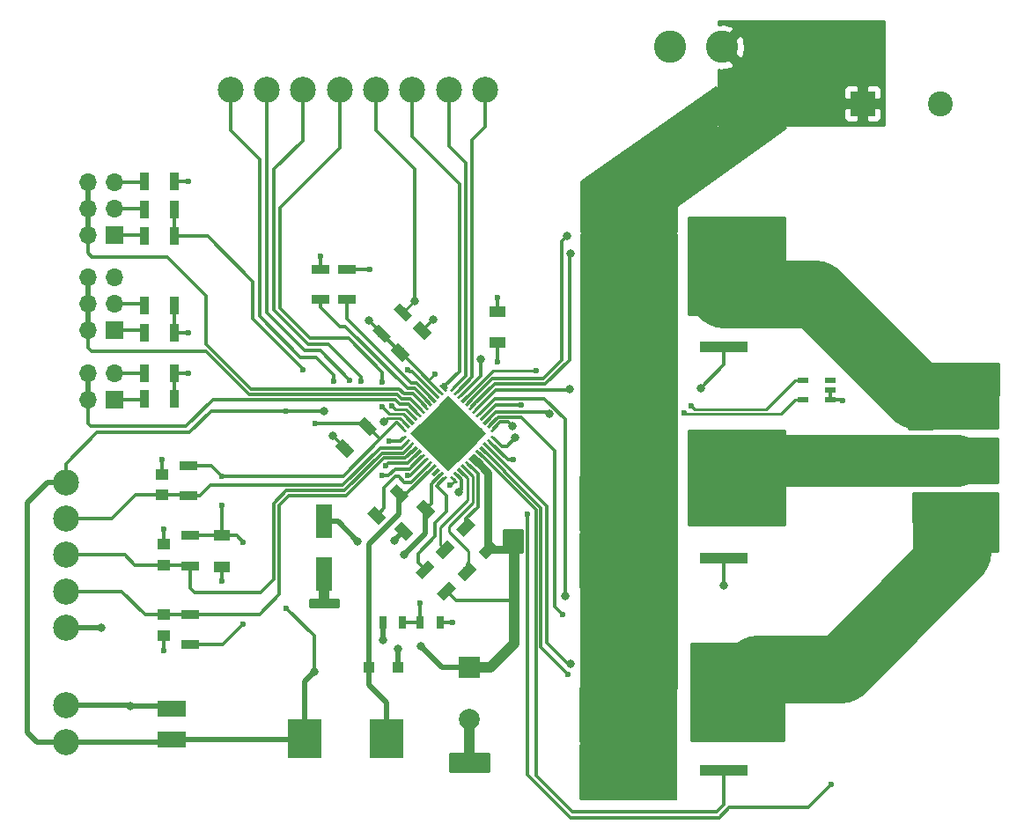
<source format=gtl>
G04 #@! TF.GenerationSoftware,KiCad,Pcbnew,(5.0.1)-3*
G04 #@! TF.CreationDate,2018-10-29T22:15:53-04:00*
G04 #@! TF.ProjectId,GCEW,474345572E6B696361645F7063620000,rev?*
G04 #@! TF.SameCoordinates,Original*
G04 #@! TF.FileFunction,Copper,L1,Top,Signal*
G04 #@! TF.FilePolarity,Positive*
%FSLAX46Y46*%
G04 Gerber Fmt 4.6, Leading zero omitted, Abs format (unit mm)*
G04 Created by KiCad (PCBNEW (5.0.1)-3) date 10/29/2018 10:15:53 PM*
%MOMM*%
%LPD*%
G01*
G04 APERTURE LIST*
G04 #@! TA.AperFunction,ComponentPad*
%ADD10C,3.100000*%
G04 #@! TD*
G04 #@! TA.AperFunction,ComponentPad*
%ADD11R,2.400000X2.400000*%
G04 #@! TD*
G04 #@! TA.AperFunction,ComponentPad*
%ADD12C,2.400000*%
G04 #@! TD*
G04 #@! TA.AperFunction,SMDPad,CuDef*
%ADD13C,1.000000*%
G04 #@! TD*
G04 #@! TA.AperFunction,Conductor*
%ADD14C,0.100000*%
G04 #@! TD*
G04 #@! TA.AperFunction,SMDPad,CuDef*
%ADD15R,1.600000X1.000000*%
G04 #@! TD*
G04 #@! TA.AperFunction,SMDPad,CuDef*
%ADD16R,1.250000X1.000000*%
G04 #@! TD*
G04 #@! TA.AperFunction,ComponentPad*
%ADD17R,2.000000X2.000000*%
G04 #@! TD*
G04 #@! TA.AperFunction,ComponentPad*
%ADD18C,2.000000*%
G04 #@! TD*
G04 #@! TA.AperFunction,SMDPad,CuDef*
%ADD19R,1.600000X3.200000*%
G04 #@! TD*
G04 #@! TA.AperFunction,SMDPad,CuDef*
%ADD20R,2.700000X1.600000*%
G04 #@! TD*
G04 #@! TA.AperFunction,SMDPad,CuDef*
%ADD21R,1.100000X1.100000*%
G04 #@! TD*
G04 #@! TA.AperFunction,ComponentPad*
%ADD22C,2.500000*%
G04 #@! TD*
G04 #@! TA.AperFunction,ComponentPad*
%ADD23R,1.700000X1.700000*%
G04 #@! TD*
G04 #@! TA.AperFunction,ComponentPad*
%ADD24O,1.700000X1.700000*%
G04 #@! TD*
G04 #@! TA.AperFunction,SMDPad,CuDef*
%ADD25R,3.300000X3.700000*%
G04 #@! TD*
G04 #@! TA.AperFunction,SMDPad,CuDef*
%ADD26C,0.900000*%
G04 #@! TD*
G04 #@! TA.AperFunction,SMDPad,CuDef*
%ADD27R,1.700000X0.900000*%
G04 #@! TD*
G04 #@! TA.AperFunction,SMDPad,CuDef*
%ADD28R,0.900000X1.700000*%
G04 #@! TD*
G04 #@! TA.AperFunction,SMDPad,CuDef*
%ADD29R,0.700000X1.300000*%
G04 #@! TD*
G04 #@! TA.AperFunction,SMDPad,CuDef*
%ADD30R,1.100000X0.600000*%
G04 #@! TD*
G04 #@! TA.AperFunction,SMDPad,CuDef*
%ADD31C,1.287500*%
G04 #@! TD*
G04 #@! TA.AperFunction,SMDPad,CuDef*
%ADD32C,0.280000*%
G04 #@! TD*
G04 #@! TA.AperFunction,SMDPad,CuDef*
%ADD33R,4.600000X1.100000*%
G04 #@! TD*
G04 #@! TA.AperFunction,SMDPad,CuDef*
%ADD34R,9.400000X10.800000*%
G04 #@! TD*
G04 #@! TA.AperFunction,SMDPad,CuDef*
%ADD35R,4.550000X5.250000*%
G04 #@! TD*
G04 #@! TA.AperFunction,ViaPad*
%ADD36C,0.800000*%
G04 #@! TD*
G04 #@! TA.AperFunction,ViaPad*
%ADD37C,0.600000*%
G04 #@! TD*
G04 #@! TA.AperFunction,Conductor*
%ADD38C,0.800000*%
G04 #@! TD*
G04 #@! TA.AperFunction,Conductor*
%ADD39C,1.000000*%
G04 #@! TD*
G04 #@! TA.AperFunction,Conductor*
%ADD40C,0.300000*%
G04 #@! TD*
G04 #@! TA.AperFunction,Conductor*
%ADD41C,0.500000*%
G04 #@! TD*
G04 #@! TA.AperFunction,Conductor*
%ADD42C,0.250000*%
G04 #@! TD*
G04 #@! TA.AperFunction,Conductor*
%ADD43C,5.000000*%
G04 #@! TD*
G04 #@! TA.AperFunction,Conductor*
%ADD44C,6.500000*%
G04 #@! TD*
G04 #@! TA.AperFunction,Conductor*
%ADD45C,0.254000*%
G04 #@! TD*
G04 APERTURE END LIST*
D10*
G04 #@! TO.P,BT1,2*
G04 #@! TO.N,SNA*
X182100000Y-70200000D03*
G04 #@! TO.P,BT1,1*
G04 #@! TO.N,36V*
X187100000Y-70200000D03*
G04 #@! TD*
D11*
G04 #@! TO.P,C1,1*
G04 #@! TO.N,36V*
X200600000Y-75650000D03*
D12*
G04 #@! TO.P,C1,2*
G04 #@! TO.N,SNA*
X208100000Y-75650000D03*
G04 #@! TD*
D13*
G04 #@! TO.P,C2,1*
G04 #@! TO.N,DVDD*
X152960660Y-106689340D03*
D14*
G04 #@! TD*
G04 #@! TO.N,DVDD*
G04 #@! TO.C,C2*
G36*
X152748528Y-105770101D02*
X153879899Y-106901472D01*
X153172792Y-107608579D01*
X152041421Y-106477208D01*
X152748528Y-105770101D01*
X152748528Y-105770101D01*
G37*
D13*
G04 #@! TO.P,C2,2*
G04 #@! TO.N,SNA*
X150839340Y-108810660D03*
D14*
G04 #@! TD*
G04 #@! TO.N,SNA*
G04 #@! TO.C,C2*
G36*
X150627208Y-107891421D02*
X151758579Y-109022792D01*
X151051472Y-109729899D01*
X149920101Y-108598528D01*
X150627208Y-107891421D01*
X150627208Y-107891421D01*
G37*
D13*
G04 #@! TO.P,C3,1*
G04 #@! TO.N,SNA*
X158260660Y-97439340D03*
D14*
G04 #@! TD*
G04 #@! TO.N,SNA*
G04 #@! TO.C,C3*
G36*
X158048528Y-96520101D02*
X159179899Y-97651472D01*
X158472792Y-98358579D01*
X157341421Y-97227208D01*
X158048528Y-96520101D01*
X158048528Y-96520101D01*
G37*
D13*
G04 #@! TO.P,C3,2*
G04 #@! TO.N,VREF*
X156139340Y-99560660D03*
D14*
G04 #@! TD*
G04 #@! TO.N,VREF*
G04 #@! TO.C,C3*
G36*
X155927208Y-98641421D02*
X157058579Y-99772792D01*
X156351472Y-100479899D01*
X155220101Y-99348528D01*
X155927208Y-98641421D01*
X155927208Y-98641421D01*
G37*
D15*
G04 #@! TO.P,C4,1*
G04 #@! TO.N,DVDD*
X139000000Y-117200000D03*
G04 #@! TO.P,C4,2*
G04 #@! TO.N,SNA*
X139000000Y-120200000D03*
G04 #@! TD*
D16*
G04 #@! TO.P,C5,1*
G04 #@! TO.N,Hall_A*
X133250000Y-113300000D03*
G04 #@! TO.P,C5,2*
G04 #@! TO.N,SNA*
X133250000Y-111300000D03*
G04 #@! TD*
G04 #@! TO.P,C6,1*
G04 #@! TO.N,Hall_B*
X133400000Y-120050000D03*
G04 #@! TO.P,C6,2*
G04 #@! TO.N,SNA*
X133400000Y-118050000D03*
G04 #@! TD*
G04 #@! TO.P,C7,1*
G04 #@! TO.N,Hall_C*
X133400000Y-124800000D03*
G04 #@! TO.P,C7,2*
G04 #@! TO.N,SNA*
X133400000Y-126800000D03*
G04 #@! TD*
D13*
G04 #@! TO.P,C8,1*
G04 #@! TO.N,Net-(C8-Pad1)*
X160439340Y-118539340D03*
D14*
G04 #@! TD*
G04 #@! TO.N,Net-(C8-Pad1)*
G04 #@! TO.C,C8*
G36*
X159520101Y-118751472D02*
X160651472Y-117620101D01*
X161358579Y-118327208D01*
X160227208Y-119458579D01*
X159520101Y-118751472D01*
X159520101Y-118751472D01*
G37*
D13*
G04 #@! TO.P,C8,2*
G04 #@! TO.N,Net-(C8-Pad2)*
X162560660Y-120660660D03*
D14*
G04 #@! TD*
G04 #@! TO.N,Net-(C8-Pad2)*
G04 #@! TO.C,C8*
G36*
X161641421Y-120872792D02*
X162772792Y-119741421D01*
X163479899Y-120448528D01*
X162348528Y-121579899D01*
X161641421Y-120872792D01*
X161641421Y-120872792D01*
G37*
D17*
G04 #@! TO.P,C9,1*
G04 #@! TO.N,36V*
X162800000Y-129850000D03*
D18*
G04 #@! TO.P,C9,2*
G04 #@! TO.N,SNA*
X162800000Y-134850000D03*
G04 #@! TD*
D13*
G04 #@! TO.P,C10,1*
G04 #@! TO.N,36V*
X158575000Y-114625000D03*
D14*
G04 #@! TD*
G04 #@! TO.N,36V*
G04 #@! TO.C,C10*
G36*
X158362868Y-113705761D02*
X159494239Y-114837132D01*
X158787132Y-115544239D01*
X157655761Y-114412868D01*
X158362868Y-113705761D01*
X158362868Y-113705761D01*
G37*
D13*
G04 #@! TO.P,C10,2*
G04 #@! TO.N,SNA*
X156453680Y-116746320D03*
D14*
G04 #@! TD*
G04 #@! TO.N,SNA*
G04 #@! TO.C,C10*
G36*
X156241548Y-115827081D02*
X157372919Y-116958452D01*
X156665812Y-117665559D01*
X155534441Y-116534188D01*
X156241548Y-115827081D01*
X156241548Y-115827081D01*
G37*
D13*
G04 #@! TO.P,C11,1*
G04 #@! TO.N,Net-(C11-Pad1)*
X162450000Y-116400000D03*
D14*
G04 #@! TD*
G04 #@! TO.N,Net-(C11-Pad1)*
G04 #@! TO.C,C11*
G36*
X161530761Y-116612132D02*
X162662132Y-115480761D01*
X163369239Y-116187868D01*
X162237868Y-117319239D01*
X161530761Y-116612132D01*
X161530761Y-116612132D01*
G37*
D13*
G04 #@! TO.P,C11,2*
G04 #@! TO.N,36V*
X164571320Y-118521320D03*
D14*
G04 #@! TD*
G04 #@! TO.N,36V*
G04 #@! TO.C,C11*
G36*
X163652081Y-118733452D02*
X164783452Y-117602081D01*
X165490559Y-118309188D01*
X164359188Y-119440559D01*
X163652081Y-118733452D01*
X163652081Y-118733452D01*
G37*
D19*
G04 #@! TO.P,C12,1*
G04 #@! TO.N,36V*
X148800000Y-115850000D03*
G04 #@! TO.P,C12,2*
G04 #@! TO.N,SNA*
X148800000Y-120850000D03*
G04 #@! TD*
D15*
G04 #@! TO.P,C13,1*
G04 #@! TO.N,VREF*
X165525000Y-98650000D03*
G04 #@! TO.P,C13,2*
G04 #@! TO.N,SNA*
X165525000Y-95650000D03*
G04 #@! TD*
D13*
G04 #@! TO.P,C14,1*
G04 #@! TO.N,Net-(C14-Pad1)*
X153889340Y-115260660D03*
D14*
G04 #@! TD*
G04 #@! TO.N,Net-(C14-Pad1)*
G04 #@! TO.C,C14*
G36*
X154101472Y-116179899D02*
X152970101Y-115048528D01*
X153677208Y-114341421D01*
X154808579Y-115472792D01*
X154101472Y-116179899D01*
X154101472Y-116179899D01*
G37*
D13*
G04 #@! TO.P,C14,2*
G04 #@! TO.N,Net-(C14-Pad2)*
X156010660Y-113139340D03*
D14*
G04 #@! TD*
G04 #@! TO.N,Net-(C14-Pad2)*
G04 #@! TO.C,C14*
G36*
X156222792Y-114058579D02*
X155091421Y-112927208D01*
X155798528Y-112220101D01*
X156929899Y-113351472D01*
X156222792Y-114058579D01*
X156222792Y-114058579D01*
G37*
D20*
G04 #@! TO.P,C15,1*
G04 #@! TO.N,VREF*
X134200000Y-136825000D03*
G04 #@! TO.P,C15,2*
G04 #@! TO.N,SNA*
X134200000Y-133825000D03*
G04 #@! TD*
D21*
G04 #@! TO.P,D1,1*
G04 #@! TO.N,Net-(C14-Pad2)*
X153150001Y-129850000D03*
G04 #@! TO.P,D1,2*
G04 #@! TO.N,SNA*
X155949999Y-129850000D03*
G04 #@! TD*
D22*
G04 #@! TO.P,J1,1*
G04 #@! TO.N,SOC*
X164300000Y-74300000D03*
G04 #@! TO.P,J1,2*
G04 #@! TO.N,SOB*
X160800000Y-74300000D03*
G04 #@! TO.P,J1,3*
G04 #@! TO.N,SOA*
X157300000Y-74300000D03*
G04 #@! TO.P,J1,4*
G04 #@! TO.N,ENABLE*
X153800000Y-74300000D03*
G04 #@! TO.P,J1,5*
G04 #@! TO.N,CAL*
X150300000Y-74300000D03*
G04 #@! TO.P,J1,6*
G04 #@! TO.N,INHA*
X146800000Y-74300000D03*
G04 #@! TO.P,J1,7*
G04 #@! TO.N,INHC*
X143300000Y-74300000D03*
G04 #@! TO.P,J1,8*
G04 #@! TO.N,INLC*
X139800000Y-74300000D03*
G04 #@! TD*
G04 #@! TO.P,J2,1*
G04 #@! TO.N,SNA*
X124000000Y-133525000D03*
G04 #@! TO.P,J2,2*
G04 #@! TO.N,VREF*
X124000000Y-137025000D03*
G04 #@! TD*
D23*
G04 #@! TO.P,J3,1*
G04 #@! TO.N,Net-(J3-Pad1)*
X128650000Y-88300000D03*
D24*
G04 #@! TO.P,J3,2*
G04 #@! TO.N,IDRIVE*
X126110000Y-88300000D03*
G04 #@! TO.P,J3,3*
G04 #@! TO.N,Net-(J3-Pad3)*
X128650000Y-85760000D03*
G04 #@! TO.P,J3,4*
G04 #@! TO.N,IDRIVE*
X126110000Y-85760000D03*
G04 #@! TO.P,J3,5*
G04 #@! TO.N,Net-(J3-Pad5)*
X128650000Y-83220000D03*
G04 #@! TO.P,J3,6*
G04 #@! TO.N,IDRIVE*
X126110000Y-83220000D03*
G04 #@! TD*
D23*
G04 #@! TO.P,J4,1*
G04 #@! TO.N,Net-(J4-Pad1)*
X128650000Y-97450000D03*
D24*
G04 #@! TO.P,J4,2*
G04 #@! TO.N,VDS*
X126110000Y-97450000D03*
G04 #@! TO.P,J4,3*
G04 #@! TO.N,Net-(J4-Pad3)*
X128650000Y-94910000D03*
G04 #@! TO.P,J4,4*
G04 #@! TO.N,VDS*
X126110000Y-94910000D03*
G04 #@! TO.P,J4,5*
G04 #@! TO.N,SNA*
X128650000Y-92370000D03*
G04 #@! TO.P,J4,6*
G04 #@! TO.N,VDS*
X126110000Y-92370000D03*
G04 #@! TD*
D23*
G04 #@! TO.P,J5,1*
G04 #@! TO.N,Net-(J5-Pad1)*
X128650000Y-104100000D03*
D24*
G04 #@! TO.P,J5,2*
G04 #@! TO.N,GAIN*
X126110000Y-104100000D03*
G04 #@! TO.P,J5,3*
G04 #@! TO.N,Net-(J5-Pad3)*
X128650000Y-101560000D03*
G04 #@! TO.P,J5,4*
G04 #@! TO.N,GAIN*
X126110000Y-101560000D03*
G04 #@! TD*
D25*
G04 #@! TO.P,L1,2*
G04 #@! TO.N,VREF*
X146950000Y-136700000D03*
G04 #@! TO.P,L1,1*
G04 #@! TO.N,Net-(C14-Pad2)*
X154850000Y-136700000D03*
G04 #@! TD*
D10*
G04 #@! TO.P,M1,3*
G04 #@! TO.N,Net-(M1-Pad3)*
X209700000Y-105000000D03*
G04 #@! TO.P,M1,1*
G04 #@! TO.N,Net-(M1-Pad1)*
X209700000Y-115000000D03*
G04 #@! TO.P,M1,2*
G04 #@! TO.N,Net-(M1-Pad2)*
X209700000Y-110000000D03*
G04 #@! TD*
D26*
G04 #@! TO.P,R1,1*
G04 #@! TO.N,VREF*
X154349390Y-97750610D03*
D14*
G04 #@! TD*
G04 #@! TO.N,VREF*
G04 #@! TO.C,R1*
G36*
X154632233Y-98669849D02*
X153430151Y-97467767D01*
X154066547Y-96831371D01*
X155268629Y-98033453D01*
X154632233Y-98669849D01*
X154632233Y-98669849D01*
G37*
D26*
G04 #@! TO.P,R1,2*
G04 #@! TO.N,ENABLE*
X156400000Y-95700000D03*
D14*
G04 #@! TD*
G04 #@! TO.N,ENABLE*
G04 #@! TO.C,R1*
G36*
X156682843Y-96619239D02*
X155480761Y-95417157D01*
X156117157Y-94780761D01*
X157319239Y-95982843D01*
X156682843Y-96619239D01*
X156682843Y-96619239D01*
G37*
D27*
G04 #@! TO.P,R2,1*
G04 #@! TO.N,DVDD*
X135750000Y-110450000D03*
G04 #@! TO.P,R2,2*
G04 #@! TO.N,Hall_A*
X135750000Y-113350000D03*
G04 #@! TD*
D28*
G04 #@! TO.P,R3,1*
G04 #@! TO.N,Net-(J3-Pad1)*
X131500000Y-88400000D03*
G04 #@! TO.P,R3,2*
G04 #@! TO.N,DVDD*
X134400000Y-88400000D03*
G04 #@! TD*
G04 #@! TO.P,R4,1*
G04 #@! TO.N,Net-(J3-Pad3)*
X131500000Y-85800000D03*
G04 #@! TO.P,R4,2*
G04 #@! TO.N,DVDD*
X134400000Y-85800000D03*
G04 #@! TD*
G04 #@! TO.P,R5,1*
G04 #@! TO.N,Net-(J3-Pad5)*
X131500000Y-83100000D03*
G04 #@! TO.P,R5,2*
G04 #@! TO.N,SNA*
X134400000Y-83100000D03*
G04 #@! TD*
G04 #@! TO.P,R6,1*
G04 #@! TO.N,Net-(J4-Pad1)*
X131500000Y-97650000D03*
G04 #@! TO.P,R6,2*
G04 #@! TO.N,SNA*
X134400000Y-97650000D03*
G04 #@! TD*
G04 #@! TO.P,R7,1*
G04 #@! TO.N,Net-(J4-Pad3)*
X131500000Y-95050000D03*
G04 #@! TO.P,R7,2*
G04 #@! TO.N,SNA*
X134400000Y-95050000D03*
G04 #@! TD*
D27*
G04 #@! TO.P,R8,1*
G04 #@! TO.N,DVDD*
X135950000Y-117200000D03*
G04 #@! TO.P,R8,2*
G04 #@! TO.N,Hall_B*
X135950000Y-120100000D03*
G04 #@! TD*
D28*
G04 #@! TO.P,R9,1*
G04 #@! TO.N,Net-(J5-Pad1)*
X131500000Y-104000000D03*
G04 #@! TO.P,R9,2*
G04 #@! TO.N,SNA*
X134400000Y-104000000D03*
G04 #@! TD*
G04 #@! TO.P,R10,1*
G04 #@! TO.N,Net-(J5-Pad3)*
X131500000Y-101600000D03*
G04 #@! TO.P,R10,2*
G04 #@! TO.N,SNA*
X134400000Y-101600000D03*
G04 #@! TD*
D27*
G04 #@! TO.P,R11,1*
G04 #@! TO.N,DVDD*
X151020000Y-91580000D03*
G04 #@! TO.P,R11,2*
G04 #@! TO.N,Net-(R11-Pad2)*
X151020000Y-94480000D03*
G04 #@! TD*
G04 #@! TO.P,R12,1*
G04 #@! TO.N,DVDD*
X135950000Y-127650000D03*
G04 #@! TO.P,R12,2*
G04 #@! TO.N,Hall_C*
X135950000Y-124750000D03*
G04 #@! TD*
G04 #@! TO.P,R13,1*
G04 #@! TO.N,Net-(R13-Pad1)*
X148460000Y-94480000D03*
G04 #@! TO.P,R13,2*
G04 #@! TO.N,SNA*
X148460000Y-91580000D03*
G04 #@! TD*
D26*
G04 #@! TO.P,R14,1*
G04 #@! TO.N,Net-(R14-Pad1)*
X158524695Y-120474695D03*
D14*
G04 #@! TD*
G04 #@! TO.N,Net-(R14-Pad1)*
G04 #@! TO.C,R14*
G36*
X157605456Y-120757538D02*
X158807538Y-119555456D01*
X159443934Y-120191852D01*
X158241852Y-121393934D01*
X157605456Y-120757538D01*
X157605456Y-120757538D01*
G37*
D26*
G04 #@! TO.P,R14,2*
G04 #@! TO.N,36V*
X160575305Y-122525305D03*
D14*
G04 #@! TD*
G04 #@! TO.N,36V*
G04 #@! TO.C,R14*
G36*
X159656066Y-122808148D02*
X160858148Y-121606066D01*
X161494544Y-122242462D01*
X160292462Y-123444544D01*
X159656066Y-122808148D01*
X159656066Y-122808148D01*
G37*
D29*
G04 #@! TO.P,R15,1*
G04 #@! TO.N,VREF*
X154450000Y-125550000D03*
G04 #@! TO.P,R15,2*
G04 #@! TO.N,Net-(R15-Pad2)*
X156350000Y-125550000D03*
G04 #@! TD*
G04 #@! TO.P,R16,1*
G04 #@! TO.N,Net-(R15-Pad2)*
X158050000Y-125550000D03*
G04 #@! TO.P,R16,2*
G04 #@! TO.N,SNA*
X159950000Y-125550000D03*
G04 #@! TD*
D30*
G04 #@! TO.P,U1,5*
G04 #@! TO.N,ENABLE*
X194900000Y-102250000D03*
G04 #@! TO.P,U1,4*
G04 #@! TO.N,VREF*
X194900000Y-104150000D03*
G04 #@! TO.P,U1,3*
G04 #@! TO.N,Net-(U1-Pad3)*
X197500000Y-102250000D03*
G04 #@! TO.P,U1,1*
G04 #@! TO.N,SNA*
X197500000Y-104150000D03*
G04 #@! TO.P,U1,2*
X197500000Y-103200000D03*
G04 #@! TD*
D31*
G04 #@! TO.P,U2,49*
G04 #@! TO.N,SNA*
X160789600Y-110102000D03*
D14*
G04 #@! TD*
G04 #@! TO.N,SNA*
G04 #@! TO.C,U2*
G36*
X161700000Y-110102000D02*
X160789600Y-111012400D01*
X159879200Y-110102000D01*
X160789600Y-109191600D01*
X161700000Y-110102000D01*
X161700000Y-110102000D01*
G37*
D31*
G04 #@! TO.P,U2,49*
G04 #@! TO.N,SNA*
X161700000Y-109191600D03*
D14*
G04 #@! TD*
G04 #@! TO.N,SNA*
G04 #@! TO.C,U2*
G36*
X162610400Y-109191600D02*
X161700000Y-110102000D01*
X160789600Y-109191600D01*
X161700000Y-108281200D01*
X162610400Y-109191600D01*
X162610400Y-109191600D01*
G37*
D31*
G04 #@! TO.P,U2,49*
G04 #@! TO.N,SNA*
X162610400Y-108281200D03*
D14*
G04 #@! TD*
G04 #@! TO.N,SNA*
G04 #@! TO.C,U2*
G36*
X163520800Y-108281200D02*
X162610400Y-109191600D01*
X161700000Y-108281200D01*
X162610400Y-107370800D01*
X163520800Y-108281200D01*
X163520800Y-108281200D01*
G37*
D31*
G04 #@! TO.P,U2,49*
G04 #@! TO.N,SNA*
X163520800Y-107370800D03*
D14*
G04 #@! TD*
G04 #@! TO.N,SNA*
G04 #@! TO.C,U2*
G36*
X164431200Y-107370800D02*
X163520800Y-108281200D01*
X162610400Y-107370800D01*
X163520800Y-106460400D01*
X164431200Y-107370800D01*
X164431200Y-107370800D01*
G37*
D31*
G04 #@! TO.P,U2,49*
G04 #@! TO.N,SNA*
X159879200Y-109191600D03*
D14*
G04 #@! TD*
G04 #@! TO.N,SNA*
G04 #@! TO.C,U2*
G36*
X160789600Y-109191600D02*
X159879200Y-110102000D01*
X158968800Y-109191600D01*
X159879200Y-108281200D01*
X160789600Y-109191600D01*
X160789600Y-109191600D01*
G37*
D31*
G04 #@! TO.P,U2,49*
G04 #@! TO.N,SNA*
X160789600Y-108281200D03*
D14*
G04 #@! TD*
G04 #@! TO.N,SNA*
G04 #@! TO.C,U2*
G36*
X161700000Y-108281200D02*
X160789600Y-109191600D01*
X159879200Y-108281200D01*
X160789600Y-107370800D01*
X161700000Y-108281200D01*
X161700000Y-108281200D01*
G37*
D31*
G04 #@! TO.P,U2,49*
G04 #@! TO.N,SNA*
X161700000Y-107370800D03*
D14*
G04 #@! TD*
G04 #@! TO.N,SNA*
G04 #@! TO.C,U2*
G36*
X162610400Y-107370800D02*
X161700000Y-108281200D01*
X160789600Y-107370800D01*
X161700000Y-106460400D01*
X162610400Y-107370800D01*
X162610400Y-107370800D01*
G37*
D31*
G04 #@! TO.P,U2,49*
G04 #@! TO.N,SNA*
X162610400Y-106460400D03*
D14*
G04 #@! TD*
G04 #@! TO.N,SNA*
G04 #@! TO.C,U2*
G36*
X163520800Y-106460400D02*
X162610400Y-107370800D01*
X161700000Y-106460400D01*
X162610400Y-105550000D01*
X163520800Y-106460400D01*
X163520800Y-106460400D01*
G37*
D31*
G04 #@! TO.P,U2,49*
G04 #@! TO.N,SNA*
X158968800Y-108281200D03*
D14*
G04 #@! TD*
G04 #@! TO.N,SNA*
G04 #@! TO.C,U2*
G36*
X159879200Y-108281200D02*
X158968800Y-109191600D01*
X158058400Y-108281200D01*
X158968800Y-107370800D01*
X159879200Y-108281200D01*
X159879200Y-108281200D01*
G37*
D31*
G04 #@! TO.P,U2,49*
G04 #@! TO.N,SNA*
X159879200Y-107370800D03*
D14*
G04 #@! TD*
G04 #@! TO.N,SNA*
G04 #@! TO.C,U2*
G36*
X160789600Y-107370800D02*
X159879200Y-108281200D01*
X158968800Y-107370800D01*
X159879200Y-106460400D01*
X160789600Y-107370800D01*
X160789600Y-107370800D01*
G37*
D31*
G04 #@! TO.P,U2,49*
G04 #@! TO.N,SNA*
X160789600Y-106460400D03*
D14*
G04 #@! TD*
G04 #@! TO.N,SNA*
G04 #@! TO.C,U2*
G36*
X161700000Y-106460400D02*
X160789600Y-107370800D01*
X159879200Y-106460400D01*
X160789600Y-105550000D01*
X161700000Y-106460400D01*
X161700000Y-106460400D01*
G37*
D31*
G04 #@! TO.P,U2,49*
G04 #@! TO.N,SNA*
X161700000Y-105550000D03*
D14*
G04 #@! TD*
G04 #@! TO.N,SNA*
G04 #@! TO.C,U2*
G36*
X162610400Y-105550000D02*
X161700000Y-106460400D01*
X160789600Y-105550000D01*
X161700000Y-104639600D01*
X162610400Y-105550000D01*
X162610400Y-105550000D01*
G37*
D31*
G04 #@! TO.P,U2,49*
G04 #@! TO.N,SNA*
X158058400Y-107370800D03*
D14*
G04 #@! TD*
G04 #@! TO.N,SNA*
G04 #@! TO.C,U2*
G36*
X158968800Y-107370800D02*
X158058400Y-108281200D01*
X157148000Y-107370800D01*
X158058400Y-106460400D01*
X158968800Y-107370800D01*
X158968800Y-107370800D01*
G37*
D31*
G04 #@! TO.P,U2,49*
G04 #@! TO.N,SNA*
X158968800Y-106460400D03*
D14*
G04 #@! TD*
G04 #@! TO.N,SNA*
G04 #@! TO.C,U2*
G36*
X159879200Y-106460400D02*
X158968800Y-107370800D01*
X158058400Y-106460400D01*
X158968800Y-105550000D01*
X159879200Y-106460400D01*
X159879200Y-106460400D01*
G37*
D31*
G04 #@! TO.P,U2,49*
G04 #@! TO.N,SNA*
X159879200Y-105550000D03*
D14*
G04 #@! TD*
G04 #@! TO.N,SNA*
G04 #@! TO.C,U2*
G36*
X160789600Y-105550000D02*
X159879200Y-106460400D01*
X158968800Y-105550000D01*
X159879200Y-104639600D01*
X160789600Y-105550000D01*
X160789600Y-105550000D01*
G37*
D31*
G04 #@! TO.P,U2,49*
G04 #@! TO.N,SNA*
X160789600Y-104639600D03*
D14*
G04 #@! TD*
G04 #@! TO.N,SNA*
G04 #@! TO.C,U2*
G36*
X161700000Y-104639600D02*
X160789600Y-105550000D01*
X159879200Y-104639600D01*
X160789600Y-103729200D01*
X161700000Y-104639600D01*
X161700000Y-104639600D01*
G37*
D32*
G04 #@! TO.P,U2,48*
G04 #@! TO.N,Net-(R14-Pad1)*
X160276948Y-111772540D03*
D14*
G04 #@! TD*
G04 #@! TO.N,Net-(R14-Pad1)*
G04 #@! TO.C,U2*
G36*
X160478473Y-111373025D02*
X160676463Y-111571015D01*
X160075423Y-112172055D01*
X159877433Y-111974065D01*
X160478473Y-111373025D01*
X160478473Y-111373025D01*
G37*
D32*
G04 #@! TO.P,U2,47*
G04 #@! TO.N,36V*
X159923394Y-111418986D03*
D14*
G04 #@! TD*
G04 #@! TO.N,36V*
G04 #@! TO.C,U2*
G36*
X160124919Y-111019471D02*
X160322909Y-111217461D01*
X159721869Y-111818501D01*
X159523879Y-111620511D01*
X160124919Y-111019471D01*
X160124919Y-111019471D01*
G37*
D32*
G04 #@! TO.P,U2,46*
G04 #@! TO.N,Net-(U2-Pad46)*
X159569841Y-111065433D03*
D14*
G04 #@! TD*
G04 #@! TO.N,Net-(U2-Pad46)*
G04 #@! TO.C,U2*
G36*
X159771366Y-110665918D02*
X159969356Y-110863908D01*
X159368316Y-111464948D01*
X159170326Y-111266958D01*
X159771366Y-110665918D01*
X159771366Y-110665918D01*
G37*
D32*
G04 #@! TO.P,U2,45*
G04 #@! TO.N,Net-(C14-Pad2)*
X159216287Y-110711880D03*
D14*
G04 #@! TD*
G04 #@! TO.N,Net-(C14-Pad2)*
G04 #@! TO.C,U2*
G36*
X159417812Y-110312365D02*
X159615802Y-110510355D01*
X159014762Y-111111395D01*
X158816772Y-110913405D01*
X159417812Y-110312365D01*
X159417812Y-110312365D01*
G37*
D32*
G04 #@! TO.P,U2,44*
G04 #@! TO.N,Net-(C14-Pad1)*
X158862734Y-110358326D03*
D14*
G04 #@! TD*
G04 #@! TO.N,Net-(C14-Pad1)*
G04 #@! TO.C,U2*
G36*
X159064259Y-109958811D02*
X159262249Y-110156801D01*
X158661209Y-110757841D01*
X158463219Y-110559851D01*
X159064259Y-109958811D01*
X159064259Y-109958811D01*
G37*
D32*
G04 #@! TO.P,U2,43*
G04 #@! TO.N,SNA*
X158509181Y-110004773D03*
D14*
G04 #@! TD*
G04 #@! TO.N,SNA*
G04 #@! TO.C,U2*
G36*
X158710706Y-109605258D02*
X158908696Y-109803248D01*
X158307656Y-110404288D01*
X158109666Y-110206298D01*
X158710706Y-109605258D01*
X158710706Y-109605258D01*
G37*
D32*
G04 #@! TO.P,U2,42*
G04 #@! TO.N,INLC*
X158155627Y-109651219D03*
D14*
G04 #@! TD*
G04 #@! TO.N,INLC*
G04 #@! TO.C,U2*
G36*
X158357152Y-109251704D02*
X158555142Y-109449694D01*
X157954102Y-110050734D01*
X157756112Y-109852744D01*
X158357152Y-109251704D01*
X158357152Y-109251704D01*
G37*
D32*
G04 #@! TO.P,U2,41*
G04 #@! TO.N,INHC*
X157802074Y-109297666D03*
D14*
G04 #@! TD*
G04 #@! TO.N,INHC*
G04 #@! TO.C,U2*
G36*
X158003599Y-108898151D02*
X158201589Y-109096141D01*
X157600549Y-109697181D01*
X157402559Y-109499191D01*
X158003599Y-108898151D01*
X158003599Y-108898151D01*
G37*
D32*
G04 #@! TO.P,U2,40*
G04 #@! TO.N,Hall_C*
X157448520Y-108944113D03*
D14*
G04 #@! TD*
G04 #@! TO.N,Hall_C*
G04 #@! TO.C,U2*
G36*
X157650045Y-108544598D02*
X157848035Y-108742588D01*
X157246995Y-109343628D01*
X157049005Y-109145638D01*
X157650045Y-108544598D01*
X157650045Y-108544598D01*
G37*
D32*
G04 #@! TO.P,U2,39*
G04 #@! TO.N,Hall_B*
X157094967Y-108590559D03*
D14*
G04 #@! TD*
G04 #@! TO.N,Hall_B*
G04 #@! TO.C,U2*
G36*
X157296492Y-108191044D02*
X157494482Y-108389034D01*
X156893442Y-108990074D01*
X156695452Y-108792084D01*
X157296492Y-108191044D01*
X157296492Y-108191044D01*
G37*
D32*
G04 #@! TO.P,U2,38*
G04 #@! TO.N,Hall_A*
X156741414Y-108237006D03*
D14*
G04 #@! TD*
G04 #@! TO.N,Hall_A*
G04 #@! TO.C,U2*
G36*
X156942939Y-107837491D02*
X157140929Y-108035481D01*
X156539889Y-108636521D01*
X156341899Y-108438531D01*
X156942939Y-107837491D01*
X156942939Y-107837491D01*
G37*
D32*
G04 #@! TO.P,U2,37*
G04 #@! TO.N,INHA*
X156387860Y-107883452D03*
D14*
G04 #@! TD*
G04 #@! TO.N,INHA*
G04 #@! TO.C,U2*
G36*
X156589385Y-107483937D02*
X156787375Y-107681927D01*
X156186335Y-108282967D01*
X155988345Y-108084977D01*
X156589385Y-107483937D01*
X156589385Y-107483937D01*
G37*
D32*
G04 #@! TO.P,U2,36*
G04 #@! TO.N,DVDD*
X156387860Y-106858148D03*
D14*
G04 #@! TD*
G04 #@! TO.N,DVDD*
G04 #@! TO.C,U2*
G36*
X156787375Y-107059673D02*
X156589385Y-107257663D01*
X155988345Y-106656623D01*
X156186335Y-106458633D01*
X156787375Y-107059673D01*
X156787375Y-107059673D01*
G37*
D32*
G04 #@! TO.P,U2,35*
G04 #@! TO.N,SNA*
X156741414Y-106504594D03*
D14*
G04 #@! TD*
G04 #@! TO.N,SNA*
G04 #@! TO.C,U2*
G36*
X157140929Y-106706119D02*
X156942939Y-106904109D01*
X156341899Y-106303069D01*
X156539889Y-106105079D01*
X157140929Y-106706119D01*
X157140929Y-106706119D01*
G37*
D32*
G04 #@! TO.P,U2,34*
G04 #@! TO.N,CAL*
X157094967Y-106151041D03*
D14*
G04 #@! TD*
G04 #@! TO.N,CAL*
G04 #@! TO.C,U2*
G36*
X157494482Y-106352566D02*
X157296492Y-106550556D01*
X156695452Y-105949516D01*
X156893442Y-105751526D01*
X157494482Y-106352566D01*
X157494482Y-106352566D01*
G37*
D32*
G04 #@! TO.P,U2,33*
G04 #@! TO.N,ENABLE*
X157448520Y-105797487D03*
D14*
G04 #@! TD*
G04 #@! TO.N,ENABLE*
G04 #@! TO.C,U2*
G36*
X157848035Y-105999012D02*
X157650045Y-106197002D01*
X157049005Y-105595962D01*
X157246995Y-105397972D01*
X157848035Y-105999012D01*
X157848035Y-105999012D01*
G37*
D32*
G04 #@! TO.P,U2,32*
G04 #@! TO.N,GAIN*
X157802074Y-105443934D03*
D14*
G04 #@! TD*
G04 #@! TO.N,GAIN*
G04 #@! TO.C,U2*
G36*
X158201589Y-105645459D02*
X158003599Y-105843449D01*
X157402559Y-105242409D01*
X157600549Y-105044419D01*
X158201589Y-105645459D01*
X158201589Y-105645459D01*
G37*
D32*
G04 #@! TO.P,U2,31*
G04 #@! TO.N,VDS*
X158155627Y-105090381D03*
D14*
G04 #@! TD*
G04 #@! TO.N,VDS*
G04 #@! TO.C,U2*
G36*
X158555142Y-105291906D02*
X158357152Y-105489896D01*
X157756112Y-104888856D01*
X157954102Y-104690866D01*
X158555142Y-105291906D01*
X158555142Y-105291906D01*
G37*
D32*
G04 #@! TO.P,U2,30*
G04 #@! TO.N,IDRIVE*
X158509181Y-104736827D03*
D14*
G04 #@! TD*
G04 #@! TO.N,IDRIVE*
G04 #@! TO.C,U2*
G36*
X158908696Y-104938352D02*
X158710706Y-105136342D01*
X158109666Y-104535302D01*
X158307656Y-104337312D01*
X158908696Y-104938352D01*
X158908696Y-104938352D01*
G37*
D32*
G04 #@! TO.P,U2,29*
G04 #@! TO.N,Net-(R13-Pad1)*
X158862734Y-104383274D03*
D14*
G04 #@! TD*
G04 #@! TO.N,Net-(R13-Pad1)*
G04 #@! TO.C,U2*
G36*
X159262249Y-104584799D02*
X159064259Y-104782789D01*
X158463219Y-104181749D01*
X158661209Y-103983759D01*
X159262249Y-104584799D01*
X159262249Y-104584799D01*
G37*
D32*
G04 #@! TO.P,U2,28*
G04 #@! TO.N,Net-(R11-Pad2)*
X159216287Y-104029720D03*
D14*
G04 #@! TD*
G04 #@! TO.N,Net-(R11-Pad2)*
G04 #@! TO.C,U2*
G36*
X159615802Y-104231245D02*
X159417812Y-104429235D01*
X158816772Y-103828195D01*
X159014762Y-103630205D01*
X159615802Y-104231245D01*
X159615802Y-104231245D01*
G37*
D32*
G04 #@! TO.P,U2,27*
G04 #@! TO.N,SNA*
X159569841Y-103676167D03*
D14*
G04 #@! TD*
G04 #@! TO.N,SNA*
G04 #@! TO.C,U2*
G36*
X159969356Y-103877692D02*
X159771366Y-104075682D01*
X159170326Y-103474642D01*
X159368316Y-103276652D01*
X159969356Y-103877692D01*
X159969356Y-103877692D01*
G37*
D32*
G04 #@! TO.P,U2,26*
G04 #@! TO.N,VREF*
X159923394Y-103322614D03*
D14*
G04 #@! TD*
G04 #@! TO.N,VREF*
G04 #@! TO.C,U2*
G36*
X160322909Y-103524139D02*
X160124919Y-103722129D01*
X159523879Y-103121089D01*
X159721869Y-102923099D01*
X160322909Y-103524139D01*
X160322909Y-103524139D01*
G37*
D32*
G04 #@! TO.P,U2,25*
G04 #@! TO.N,SOA*
X160276948Y-102969060D03*
D14*
G04 #@! TD*
G04 #@! TO.N,SOA*
G04 #@! TO.C,U2*
G36*
X160676463Y-103170585D02*
X160478473Y-103368575D01*
X159877433Y-102767535D01*
X160075423Y-102569545D01*
X160676463Y-103170585D01*
X160676463Y-103170585D01*
G37*
D32*
G04 #@! TO.P,U2,24*
G04 #@! TO.N,SOB*
X161302252Y-102969060D03*
D14*
G04 #@! TD*
G04 #@! TO.N,SOB*
G04 #@! TO.C,U2*
G36*
X161503777Y-102569545D02*
X161701767Y-102767535D01*
X161100727Y-103368575D01*
X160902737Y-103170585D01*
X161503777Y-102569545D01*
X161503777Y-102569545D01*
G37*
D32*
G04 #@! TO.P,U2,23*
G04 #@! TO.N,SOC*
X161655806Y-103322614D03*
D14*
G04 #@! TD*
G04 #@! TO.N,SOC*
G04 #@! TO.C,U2*
G36*
X161857331Y-102923099D02*
X162055321Y-103121089D01*
X161454281Y-103722129D01*
X161256291Y-103524139D01*
X161857331Y-102923099D01*
X161857331Y-102923099D01*
G37*
D32*
G04 #@! TO.P,U2,22*
G04 #@! TO.N,SNA*
X162009359Y-103676167D03*
D14*
G04 #@! TD*
G04 #@! TO.N,SNA*
G04 #@! TO.C,U2*
G36*
X162210884Y-103276652D02*
X162408874Y-103474642D01*
X161807834Y-104075682D01*
X161609844Y-103877692D01*
X162210884Y-103276652D01*
X162210884Y-103276652D01*
G37*
D32*
G04 #@! TO.P,U2,21*
G04 #@! TO.N,SPC*
X162362913Y-104029720D03*
D14*
G04 #@! TD*
G04 #@! TO.N,SPC*
G04 #@! TO.C,U2*
G36*
X162564438Y-103630205D02*
X162762428Y-103828195D01*
X162161388Y-104429235D01*
X161963398Y-104231245D01*
X162564438Y-103630205D01*
X162564438Y-103630205D01*
G37*
D32*
G04 #@! TO.P,U2,20*
G04 #@! TO.N,GLC*
X162716466Y-104383274D03*
D14*
G04 #@! TD*
G04 #@! TO.N,GLC*
G04 #@! TO.C,U2*
G36*
X162917991Y-103983759D02*
X163115981Y-104181749D01*
X162514941Y-104782789D01*
X162316951Y-104584799D01*
X162917991Y-103983759D01*
X162917991Y-103983759D01*
G37*
D32*
G04 #@! TO.P,U2,19*
G04 #@! TO.N,Net-(M1-Pad3)*
X163070019Y-104736827D03*
D14*
G04 #@! TD*
G04 #@! TO.N,Net-(M1-Pad3)*
G04 #@! TO.C,U2*
G36*
X163271544Y-104337312D02*
X163469534Y-104535302D01*
X162868494Y-105136342D01*
X162670504Y-104938352D01*
X163271544Y-104337312D01*
X163271544Y-104337312D01*
G37*
D32*
G04 #@! TO.P,U2,18*
G04 #@! TO.N,GHC*
X163423573Y-105090381D03*
D14*
G04 #@! TD*
G04 #@! TO.N,GHC*
G04 #@! TO.C,U2*
G36*
X163625098Y-104690866D02*
X163823088Y-104888856D01*
X163222048Y-105489896D01*
X163024058Y-105291906D01*
X163625098Y-104690866D01*
X163625098Y-104690866D01*
G37*
D32*
G04 #@! TO.P,U2,17*
G04 #@! TO.N,GHB*
X163777126Y-105443934D03*
D14*
G04 #@! TD*
G04 #@! TO.N,GHB*
G04 #@! TO.C,U2*
G36*
X163978651Y-105044419D02*
X164176641Y-105242409D01*
X163575601Y-105843449D01*
X163377611Y-105645459D01*
X163978651Y-105044419D01*
X163978651Y-105044419D01*
G37*
D32*
G04 #@! TO.P,U2,16*
G04 #@! TO.N,Net-(M1-Pad2)*
X164130680Y-105797487D03*
D14*
G04 #@! TD*
G04 #@! TO.N,Net-(M1-Pad2)*
G04 #@! TO.C,U2*
G36*
X164332205Y-105397972D02*
X164530195Y-105595962D01*
X163929155Y-106197002D01*
X163731165Y-105999012D01*
X164332205Y-105397972D01*
X164332205Y-105397972D01*
G37*
D32*
G04 #@! TO.P,U2,15*
G04 #@! TO.N,GLB*
X164484233Y-106151041D03*
D14*
G04 #@! TD*
G04 #@! TO.N,GLB*
G04 #@! TO.C,U2*
G36*
X164685758Y-105751526D02*
X164883748Y-105949516D01*
X164282708Y-106550556D01*
X164084718Y-106352566D01*
X164685758Y-105751526D01*
X164685758Y-105751526D01*
G37*
D32*
G04 #@! TO.P,U2,14*
G04 #@! TO.N,SPB*
X164837786Y-106504594D03*
D14*
G04 #@! TD*
G04 #@! TO.N,SPB*
G04 #@! TO.C,U2*
G36*
X165039311Y-106105079D02*
X165237301Y-106303069D01*
X164636261Y-106904109D01*
X164438271Y-106706119D01*
X165039311Y-106105079D01*
X165039311Y-106105079D01*
G37*
D32*
G04 #@! TO.P,U2,13*
G04 #@! TO.N,SNA*
X165191340Y-106858148D03*
D14*
G04 #@! TD*
G04 #@! TO.N,SNA*
G04 #@! TO.C,U2*
G36*
X165392865Y-106458633D02*
X165590855Y-106656623D01*
X164989815Y-107257663D01*
X164791825Y-107059673D01*
X165392865Y-106458633D01*
X165392865Y-106458633D01*
G37*
D32*
G04 #@! TO.P,U2,12*
G04 #@! TO.N,SNA*
X165191340Y-107883452D03*
D14*
G04 #@! TD*
G04 #@! TO.N,SNA*
G04 #@! TO.C,U2*
G36*
X165590855Y-108084977D02*
X165392865Y-108282967D01*
X164791825Y-107681927D01*
X164989815Y-107483937D01*
X165590855Y-108084977D01*
X165590855Y-108084977D01*
G37*
D32*
G04 #@! TO.P,U2,11*
G04 #@! TO.N,SPA*
X164837786Y-108237006D03*
D14*
G04 #@! TD*
G04 #@! TO.N,SPA*
G04 #@! TO.C,U2*
G36*
X165237301Y-108438531D02*
X165039311Y-108636521D01*
X164438271Y-108035481D01*
X164636261Y-107837491D01*
X165237301Y-108438531D01*
X165237301Y-108438531D01*
G37*
D32*
G04 #@! TO.P,U2,10*
G04 #@! TO.N,GLA*
X164484233Y-108590559D03*
D14*
G04 #@! TD*
G04 #@! TO.N,GLA*
G04 #@! TO.C,U2*
G36*
X164883748Y-108792084D02*
X164685758Y-108990074D01*
X164084718Y-108389034D01*
X164282708Y-108191044D01*
X164883748Y-108792084D01*
X164883748Y-108792084D01*
G37*
D32*
G04 #@! TO.P,U2,9*
G04 #@! TO.N,Net-(M1-Pad1)*
X164130680Y-108944113D03*
D14*
G04 #@! TD*
G04 #@! TO.N,Net-(M1-Pad1)*
G04 #@! TO.C,U2*
G36*
X164530195Y-109145638D02*
X164332205Y-109343628D01*
X163731165Y-108742588D01*
X163929155Y-108544598D01*
X164530195Y-109145638D01*
X164530195Y-109145638D01*
G37*
D32*
G04 #@! TO.P,U2,8*
G04 #@! TO.N,GHA*
X163777126Y-109297666D03*
D14*
G04 #@! TD*
G04 #@! TO.N,GHA*
G04 #@! TO.C,U2*
G36*
X164176641Y-109499191D02*
X163978651Y-109697181D01*
X163377611Y-109096141D01*
X163575601Y-108898151D01*
X164176641Y-109499191D01*
X164176641Y-109499191D01*
G37*
D32*
G04 #@! TO.P,U2,7*
G04 #@! TO.N,36V*
X163423573Y-109651219D03*
D14*
G04 #@! TD*
G04 #@! TO.N,36V*
G04 #@! TO.C,U2*
G36*
X163823088Y-109852744D02*
X163625098Y-110050734D01*
X163024058Y-109449694D01*
X163222048Y-109251704D01*
X163823088Y-109852744D01*
X163823088Y-109852744D01*
G37*
D32*
G04 #@! TO.P,U2,6*
G04 #@! TO.N,36V*
X163070019Y-110004773D03*
D14*
G04 #@! TD*
G04 #@! TO.N,36V*
G04 #@! TO.C,U2*
G36*
X163469534Y-110206298D02*
X163271544Y-110404288D01*
X162670504Y-109803248D01*
X162868494Y-109605258D01*
X163469534Y-110206298D01*
X163469534Y-110206298D01*
G37*
D32*
G04 #@! TO.P,U2,5*
G04 #@! TO.N,Net-(C11-Pad1)*
X162716466Y-110358326D03*
D14*
G04 #@! TD*
G04 #@! TO.N,Net-(C11-Pad1)*
G04 #@! TO.C,U2*
G36*
X163115981Y-110559851D02*
X162917991Y-110757841D01*
X162316951Y-110156801D01*
X162514941Y-109958811D01*
X163115981Y-110559851D01*
X163115981Y-110559851D01*
G37*
D32*
G04 #@! TO.P,U2,4*
G04 #@! TO.N,Net-(C8-Pad2)*
X162362913Y-110711880D03*
D14*
G04 #@! TD*
G04 #@! TO.N,Net-(C8-Pad2)*
G04 #@! TO.C,U2*
G36*
X162762428Y-110913405D02*
X162564438Y-111111395D01*
X161963398Y-110510355D01*
X162161388Y-110312365D01*
X162762428Y-110913405D01*
X162762428Y-110913405D01*
G37*
D32*
G04 #@! TO.P,U2,3*
G04 #@! TO.N,Net-(C8-Pad1)*
X162009359Y-111065433D03*
D14*
G04 #@! TD*
G04 #@! TO.N,Net-(C8-Pad1)*
G04 #@! TO.C,U2*
G36*
X162408874Y-111266958D02*
X162210884Y-111464948D01*
X161609844Y-110863908D01*
X161807834Y-110665918D01*
X162408874Y-111266958D01*
X162408874Y-111266958D01*
G37*
D32*
G04 #@! TO.P,U2,2*
G04 #@! TO.N,SNA*
X161655806Y-111418986D03*
D14*
G04 #@! TD*
G04 #@! TO.N,SNA*
G04 #@! TO.C,U2*
G36*
X162055321Y-111620511D02*
X161857331Y-111818501D01*
X161256291Y-111217461D01*
X161454281Y-111019471D01*
X162055321Y-111620511D01*
X162055321Y-111620511D01*
G37*
D32*
G04 #@! TO.P,U2,1*
G04 #@! TO.N,Net-(R15-Pad2)*
X161301545Y-111771833D03*
D14*
G04 #@! TD*
G04 #@! TO.N,Net-(R15-Pad2)*
G04 #@! TO.C,U2*
G36*
X161701060Y-111973358D02*
X161503070Y-112171348D01*
X160902030Y-111570308D01*
X161100020Y-111372318D01*
X161701060Y-111973358D01*
X161701060Y-111973358D01*
G37*
D33*
G04 #@! TO.P,U3,1*
G04 #@! TO.N,GHA*
X187225000Y-139740000D03*
G04 #@! TO.P,U3,3*
G04 #@! TO.N,Net-(M1-Pad1)*
X187225000Y-134660000D03*
D34*
G04 #@! TO.P,U3,2*
G04 #@! TO.N,36V*
X178075000Y-137200000D03*
D35*
X175650000Y-134425000D03*
X180500000Y-139975000D03*
X175650000Y-139975000D03*
X180500000Y-134425000D03*
G04 #@! TD*
D33*
G04 #@! TO.P,U5,1*
G04 #@! TO.N,GHB*
X187249999Y-119390000D03*
G04 #@! TO.P,U5,3*
G04 #@! TO.N,Net-(M1-Pad2)*
X187249999Y-114310000D03*
D34*
G04 #@! TO.P,U5,2*
G04 #@! TO.N,36V*
X178099999Y-116850000D03*
D35*
X175674999Y-114075000D03*
X180524999Y-119625000D03*
X175674999Y-119625000D03*
X180524999Y-114075000D03*
G04 #@! TD*
D33*
G04 #@! TO.P,U7,1*
G04 #@! TO.N,GHC*
X187275000Y-99040000D03*
G04 #@! TO.P,U7,3*
G04 #@! TO.N,Net-(M1-Pad3)*
X187275000Y-93960000D03*
D34*
G04 #@! TO.P,U7,2*
G04 #@! TO.N,36V*
X178125000Y-96500000D03*
D35*
X175700000Y-93725000D03*
X180550000Y-99275000D03*
X175700000Y-99275000D03*
X180550000Y-93725000D03*
G04 #@! TD*
D22*
G04 #@! TO.P,U9,1*
G04 #@! TO.N,VREF*
X124000000Y-112050000D03*
G04 #@! TO.P,U9,2*
G04 #@! TO.N,Hall_A*
X124000000Y-115550000D03*
G04 #@! TO.P,U9,3*
G04 #@! TO.N,Hall_B*
X124000000Y-119050000D03*
G04 #@! TO.P,U9,4*
G04 #@! TO.N,Hall_C*
X124000000Y-122550000D03*
G04 #@! TO.P,U9,5*
G04 #@! TO.N,SNA*
X124000000Y-126050000D03*
G04 #@! TD*
D36*
G04 #@! TO.N,36V*
X174500000Y-101000000D03*
X176000000Y-101000000D03*
X177500000Y-101000000D03*
X179000000Y-101000000D03*
X180500000Y-101000000D03*
X180500000Y-99500000D03*
X179000000Y-99500000D03*
X177500000Y-99500000D03*
X176000000Y-99500000D03*
X174500000Y-99500000D03*
X174500000Y-98000000D03*
X176000000Y-98000000D03*
X177500000Y-98000000D03*
X179000000Y-98000000D03*
X180500000Y-98000000D03*
X180500000Y-93500000D03*
X179000000Y-93500000D03*
X177500000Y-93500000D03*
X176000000Y-93500000D03*
X174500000Y-96500000D03*
X176000000Y-96500000D03*
X177500000Y-96500000D03*
X179000000Y-96500000D03*
X180500000Y-96500000D03*
X180500000Y-95000000D03*
X179000000Y-95000000D03*
X177500000Y-95000000D03*
X176000000Y-95000000D03*
X174500000Y-95000000D03*
X174500000Y-93500000D03*
X174500000Y-92000000D03*
X176000000Y-92000000D03*
X177500000Y-92000000D03*
X179000000Y-92000000D03*
X180500000Y-92000000D03*
X182000000Y-92000000D03*
X182000000Y-93500000D03*
X182000000Y-95000000D03*
X182000000Y-96500000D03*
X182000000Y-98000000D03*
X182000000Y-99500000D03*
X182000000Y-101000000D03*
X176000000Y-119500000D03*
X177500000Y-119500000D03*
X179000000Y-119500000D03*
X180500000Y-119500000D03*
X180500000Y-118000000D03*
X179000000Y-118000000D03*
X177500000Y-118000000D03*
X176000000Y-118000000D03*
X176000000Y-116500000D03*
X177500000Y-116500000D03*
X179000000Y-116500000D03*
X180500000Y-116500000D03*
X180500000Y-115000000D03*
X179000000Y-115000000D03*
X177500000Y-115000000D03*
X176000000Y-115000000D03*
X176000000Y-113500000D03*
X177500000Y-113500000D03*
X179000000Y-113500000D03*
X180500000Y-113500000D03*
X182000000Y-113500000D03*
X182000000Y-115000000D03*
X182000000Y-116500000D03*
X182000000Y-118000000D03*
X182000000Y-119500000D03*
X182000000Y-112000000D03*
X180500000Y-112000000D03*
X179000000Y-112000000D03*
X177500000Y-112000000D03*
X176000000Y-112000000D03*
X174500000Y-112000000D03*
X174500000Y-113500000D03*
X174500000Y-115000000D03*
X174500000Y-116500000D03*
X174500000Y-118000000D03*
X174500000Y-119500000D03*
X174500000Y-121000000D03*
X176000000Y-121000000D03*
X177500000Y-121000000D03*
X179000000Y-121000000D03*
X180500000Y-121000000D03*
X182000000Y-121000000D03*
X180500000Y-135500000D03*
X180500000Y-137000000D03*
X180500000Y-138500000D03*
X180500000Y-140000000D03*
X179000000Y-140000000D03*
X179000000Y-138500000D03*
X179000000Y-137000000D03*
X179000000Y-135500000D03*
X177500000Y-135500000D03*
X177500000Y-137000000D03*
X177500000Y-138500000D03*
X177500000Y-140000000D03*
X176000000Y-140000000D03*
X176000000Y-138500000D03*
X176000000Y-137000000D03*
X176000000Y-135500000D03*
X176000000Y-134000000D03*
X177500000Y-134000000D03*
X179000000Y-134000000D03*
X180500000Y-134000000D03*
X174500000Y-140000000D03*
X174500000Y-138500000D03*
X174500000Y-137000000D03*
X174500000Y-135500000D03*
X174500000Y-134000000D03*
X174500000Y-132500000D03*
X176000000Y-132500000D03*
X177500000Y-132500000D03*
X179000000Y-132500000D03*
X180500000Y-132500000D03*
X182000000Y-134000000D03*
X182000000Y-135500000D03*
X182000000Y-137000000D03*
X182000000Y-138500000D03*
X182000000Y-140000000D03*
X182000000Y-141500000D03*
X180500000Y-141500000D03*
X179000000Y-141500000D03*
X177500000Y-141500000D03*
X176000000Y-141500000D03*
X174500000Y-141500000D03*
X166900000Y-117200000D03*
X166900000Y-118200000D03*
X152050000Y-117750000D03*
X156550000Y-119050000D03*
X158100000Y-127800000D03*
X182000000Y-132500000D03*
G04 #@! TO.N,SNA*
X163250000Y-107250000D03*
X162000000Y-108750000D03*
X160750000Y-110000000D03*
X160750000Y-108750000D03*
X159500000Y-108750000D03*
X158250000Y-107500000D03*
X159500000Y-107500000D03*
X159500000Y-106000000D03*
X160750000Y-104750000D03*
X160750000Y-106000000D03*
X162000000Y-106000000D03*
X162000000Y-107250000D03*
X160750000Y-107250000D03*
X167200000Y-107800000D03*
X166900000Y-106700000D03*
D37*
X198700000Y-104200000D03*
D36*
X161400000Y-139000000D03*
X164200000Y-139000000D03*
X162800000Y-139000000D03*
D37*
X161200000Y-125550000D03*
D36*
X155950000Y-128050000D03*
X155550000Y-117650000D03*
X149800000Y-123700000D03*
X147800000Y-123700000D03*
X148800000Y-123400000D03*
X161800000Y-113000000D03*
D37*
X133400000Y-116550000D03*
X139000000Y-121600000D03*
X133400000Y-128250000D03*
X133250000Y-109850000D03*
X135750000Y-83100000D03*
X135800000Y-97650000D03*
X135750000Y-101600000D03*
X156890052Y-111420000D03*
D36*
X149650000Y-107600000D03*
X159300000Y-96400000D03*
D37*
X156875000Y-101275000D03*
X148460000Y-90310000D03*
D36*
X154600000Y-106200000D03*
X163850000Y-100200000D03*
D37*
X165525000Y-94325000D03*
D36*
X130225000Y-133550000D03*
X127375000Y-126050000D03*
D37*
G04 #@! TO.N,DVDD*
X141000000Y-125750000D03*
X141000000Y-117800000D03*
X139000000Y-111450000D03*
X139000000Y-114250000D03*
X153250000Y-91575000D03*
X146800000Y-101225000D03*
X147975000Y-106450000D03*
G04 #@! TO.N,VREF*
X183400000Y-105400000D03*
X165525000Y-100475000D03*
X159450000Y-101675000D03*
D36*
X154450000Y-127275000D03*
X147850000Y-130325000D03*
X153150000Y-96500000D03*
X148825000Y-105200000D03*
D37*
X145175000Y-124150000D03*
X145175000Y-105200000D03*
G04 #@! TO.N,INHA*
X155050000Y-108075000D03*
X152400000Y-102375000D03*
G04 #@! TO.N,INHC*
X154725000Y-110500000D03*
X151275000Y-102225000D03*
G04 #@! TO.N,INLC*
X154375000Y-111400000D03*
X149775000Y-102350000D03*
G04 #@! TO.N,CAL*
X154400000Y-104800000D03*
X154400000Y-102425000D03*
G04 #@! TO.N,ENABLE*
X184150000Y-104750000D03*
D36*
X157500000Y-94600000D03*
D37*
X155350000Y-104750000D03*
D36*
G04 #@! TO.N,Net-(M1-Pad2)*
X186000000Y-109500000D03*
X189000000Y-108000000D03*
X187500000Y-108000000D03*
X186000000Y-108000000D03*
X184500000Y-108000000D03*
X184500000Y-109500000D03*
X187500000Y-109500000D03*
X189000000Y-109500000D03*
X189000000Y-111000000D03*
X187500000Y-111000000D03*
X186000000Y-111000000D03*
X184500000Y-111000000D03*
X186000000Y-112500000D03*
X187500000Y-112500000D03*
X189000000Y-112500000D03*
X192000000Y-115500000D03*
X192000000Y-114000000D03*
X192000000Y-112500000D03*
X192000000Y-111000000D03*
X192000000Y-109500000D03*
X192000000Y-108000000D03*
X190500000Y-108000000D03*
X190500000Y-109500000D03*
X190500000Y-111000000D03*
X190500000Y-112500000D03*
X190500000Y-114000000D03*
X190500000Y-115500000D03*
X189000000Y-115500000D03*
X187500000Y-115500000D03*
X186000000Y-115500000D03*
X184500000Y-115500000D03*
D37*
X167800000Y-104630000D03*
D36*
G04 #@! TO.N,Net-(M1-Pad1)*
X190500000Y-134500000D03*
X190500000Y-133000000D03*
X189000000Y-133000000D03*
X187500000Y-133000000D03*
X186000000Y-133000000D03*
X184500000Y-131500000D03*
X186000000Y-131500000D03*
X187500000Y-131500000D03*
X189000000Y-131500000D03*
X190500000Y-131500000D03*
X190500000Y-130000000D03*
X189000000Y-130000000D03*
X187500000Y-130000000D03*
X186000000Y-130000000D03*
X184500000Y-130000000D03*
X184500000Y-128500000D03*
X186000000Y-128500000D03*
X187500000Y-128500000D03*
X189000000Y-128500000D03*
X190500000Y-128500000D03*
X192000000Y-128500000D03*
X192000000Y-130000000D03*
X192000000Y-131500000D03*
X192000000Y-133000000D03*
X192000000Y-134500000D03*
X192000000Y-136000000D03*
X190500000Y-136000000D03*
X189000000Y-136000000D03*
X187500000Y-136000000D03*
X186000000Y-136000000D03*
X184500000Y-136000000D03*
D37*
X172250000Y-130500000D03*
D36*
G04 #@! TO.N,Net-(M1-Pad3)*
X184500000Y-90750000D03*
X184500000Y-87750000D03*
X184500000Y-89250000D03*
X187500000Y-89250000D03*
X187500000Y-90750000D03*
X189000000Y-90750000D03*
X189000000Y-89250000D03*
X189000000Y-87750000D03*
X187500000Y-87750000D03*
X186000000Y-87750000D03*
X186000000Y-89250000D03*
X186000000Y-90750000D03*
X186000000Y-92250000D03*
X187500000Y-92250000D03*
X189000000Y-92250000D03*
X192000000Y-93750000D03*
X192000000Y-92250000D03*
X192000000Y-90750000D03*
X192000000Y-89250000D03*
X192000000Y-87750000D03*
X190500000Y-87750000D03*
X190500000Y-89250000D03*
X190500000Y-90750000D03*
X190500000Y-92250000D03*
X190500000Y-93750000D03*
X192000000Y-95250000D03*
X190500000Y-95250000D03*
X189000000Y-95250000D03*
X187500000Y-95250000D03*
X186000000Y-95250000D03*
X184500000Y-95250000D03*
X172500000Y-90100000D03*
D37*
G04 #@! TO.N,Net-(R15-Pad2)*
X160950000Y-112350000D03*
X158050000Y-123700000D03*
G04 #@! TO.N,SPA*
X167000000Y-109900000D03*
X168400000Y-115100000D03*
X197600000Y-141100000D03*
G04 #@! TO.N,SPB*
X171750000Y-124750000D03*
G04 #@! TO.N,SPC*
X169250000Y-101350000D03*
D36*
G04 #@! TO.N,GLA*
X172500000Y-129500000D03*
G04 #@! TO.N,GLB*
X170483812Y-105516188D03*
G04 #@! TO.N,GHB*
X172000000Y-123000000D03*
X187250000Y-122000000D03*
G04 #@! TO.N,GHC*
X172400000Y-103150000D03*
X185050000Y-103000000D03*
G04 #@! TO.N,GLC*
X172200000Y-88400000D03*
G04 #@! TD*
D38*
G04 #@! TO.N,36V*
X164571320Y-111124250D02*
X163423573Y-109976503D01*
X164571320Y-118521320D02*
X164571320Y-111124250D01*
X164571320Y-118521320D02*
X166778680Y-118521320D01*
X166778680Y-118521320D02*
X166778680Y-118521320D01*
D39*
X164800000Y-129850000D02*
X167100000Y-127550000D01*
X162800000Y-129850000D02*
X164800000Y-129850000D01*
D40*
X161500000Y-123450000D02*
X167100000Y-123450000D01*
X160575305Y-122525305D02*
X161500000Y-123450000D01*
D39*
X167100000Y-127550000D02*
X167100000Y-123450000D01*
X167100000Y-123450000D02*
X167100000Y-118600000D01*
D40*
X159100000Y-114100000D02*
X158575000Y-114625000D01*
X159923394Y-111418986D02*
X159100000Y-112242380D01*
X159100000Y-112242380D02*
X159100000Y-114100000D01*
D41*
X148800000Y-115850000D02*
X150150000Y-115850000D01*
X150150000Y-115850000D02*
X152050000Y-117750000D01*
X158575000Y-117025000D02*
X158575000Y-114625000D01*
X156550000Y-119050000D02*
X158575000Y-117025000D01*
X162800000Y-129850000D02*
X160150000Y-129850000D01*
X160150000Y-129850000D02*
X158100000Y-127800000D01*
D40*
X180500000Y-134425000D02*
X180500000Y-134000000D01*
X180500000Y-134000000D02*
X182600000Y-131900000D01*
G04 #@! TO.N,SNA*
X165191340Y-107883452D02*
X165907888Y-108600000D01*
X165907888Y-108600000D02*
X166400000Y-108600000D01*
X166400000Y-108600000D02*
X167200000Y-107800000D01*
X165191340Y-106858148D02*
X165769478Y-106280010D01*
X165769478Y-106280010D02*
X166480010Y-106280010D01*
X166480010Y-106280010D02*
X166900000Y-106700000D01*
X197500000Y-103200000D02*
X197500000Y-104150000D01*
X197500000Y-104150000D02*
X198650000Y-104150000D01*
X198650000Y-104150000D02*
X198700000Y-104200000D01*
D39*
X162800000Y-139000000D02*
X162800000Y-134850000D01*
D40*
X159950000Y-125550000D02*
X161200000Y-125550000D01*
D41*
X133900000Y-133525000D02*
X134200000Y-133825000D01*
X155949999Y-129850000D02*
X155949999Y-128050001D01*
X155949999Y-128050001D02*
X155950000Y-128050000D01*
X156453680Y-116746320D02*
X155550000Y-117650000D01*
D39*
X148800000Y-120850000D02*
X148800000Y-123400000D01*
X148800000Y-123400000D02*
X148800000Y-123400000D01*
D40*
X161655806Y-111418986D02*
X162050000Y-111813180D01*
X162050000Y-111813180D02*
X162050000Y-112750000D01*
X162050000Y-112750000D02*
X161800000Y-113000000D01*
X133400000Y-118050000D02*
X133400000Y-116550000D01*
X139000000Y-120200000D02*
X139000000Y-121600000D01*
X133400000Y-126800000D02*
X133400000Y-128250000D01*
X133250000Y-111300000D02*
X133250000Y-109850000D01*
X134400000Y-101600000D02*
X134400000Y-104000000D01*
X134400000Y-97650000D02*
X134400000Y-95050000D01*
X134400000Y-83100000D02*
X135750000Y-83100000D01*
X134400000Y-97650000D02*
X135800000Y-97650000D01*
X134400000Y-101600000D02*
X135750000Y-101600000D01*
X158509181Y-110004773D02*
X157093954Y-111420000D01*
X157093954Y-111420000D02*
X156890052Y-111420000D01*
X150839340Y-108810660D02*
X150839340Y-108789340D01*
X150839340Y-108789340D02*
X149650000Y-107600000D01*
X158260660Y-97439340D02*
X159300000Y-96400000D01*
X157000000Y-101400000D02*
X156875000Y-101275000D01*
X159569841Y-103676167D02*
X157293674Y-101400000D01*
X157293674Y-101400000D02*
X157000000Y-101400000D01*
X148460000Y-91580000D02*
X148460000Y-90310000D01*
D42*
X154905010Y-105894990D02*
X154600000Y-106200000D01*
X156741414Y-106504594D02*
X156131810Y-105894990D01*
X156131810Y-105894990D02*
X154905010Y-105894990D01*
D40*
X162009359Y-103676167D02*
X163850000Y-101835526D01*
X163850000Y-101835526D02*
X163850000Y-100200000D01*
X165525000Y-95650000D02*
X165525000Y-94325000D01*
D41*
X124000000Y-133525000D02*
X130200000Y-133525000D01*
D40*
X130200000Y-133525000D02*
X130225000Y-133550000D01*
X133925000Y-133550000D02*
X134200000Y-133825000D01*
D41*
X130225000Y-133550000D02*
X133925000Y-133550000D01*
X124000000Y-126050000D02*
X127375000Y-126050000D01*
D40*
X159879200Y-109129200D02*
X159500000Y-108750000D01*
X159879200Y-109191600D02*
X159879200Y-109129200D01*
X161700000Y-109191600D02*
X162610400Y-108281200D01*
X159031200Y-108281200D02*
X159500000Y-108750000D01*
X158968800Y-108281200D02*
X159031200Y-108281200D01*
X159879200Y-105550000D02*
X158968800Y-106460400D01*
X162150000Y-106000000D02*
X162610400Y-106460400D01*
X162000000Y-106000000D02*
X162150000Y-106000000D01*
G04 #@! TO.N,DVDD*
X137100000Y-117200000D02*
X139000000Y-117200000D01*
X135950000Y-117200000D02*
X137100000Y-117200000D01*
X134400000Y-88400000D02*
X134400000Y-85800000D01*
X135950000Y-127650000D02*
X139100000Y-127650000D01*
X139100000Y-127650000D02*
X141000000Y-125750000D01*
X140400000Y-117200000D02*
X141000000Y-117800000D01*
X139000000Y-117200000D02*
X140400000Y-117200000D01*
X135750000Y-110450000D02*
X136900000Y-110450000D01*
X136900000Y-110450000D02*
X138000000Y-110450000D01*
X138000000Y-110450000D02*
X139000000Y-111450000D01*
X139000000Y-114250000D02*
X139000000Y-117200000D01*
X155879712Y-106350000D02*
X156387860Y-106858148D01*
X155750000Y-106350000D02*
X155879712Y-106350000D01*
X139000000Y-111450000D02*
X150650000Y-111450000D01*
X154121320Y-107850000D02*
X152960660Y-106689340D01*
X154250000Y-107850000D02*
X154121320Y-107850000D01*
X154250000Y-107850000D02*
X155750000Y-106350000D01*
X150650000Y-111450000D02*
X154250000Y-107850000D01*
X153245000Y-91580000D02*
X153250000Y-91575000D01*
X151020000Y-91580000D02*
X153245000Y-91580000D01*
X137600000Y-88400000D02*
X134400000Y-88400000D01*
X141950000Y-92750000D02*
X137600000Y-88400000D01*
X141950000Y-96350000D02*
X141950000Y-92750000D01*
X146800000Y-101200000D02*
X141950000Y-96350000D01*
X152721320Y-106450000D02*
X152960660Y-106689340D01*
X147975000Y-106450000D02*
X152721320Y-106450000D01*
D42*
G04 #@! TO.N,VREF*
X194100000Y-104150000D02*
X192750000Y-105500000D01*
X194900000Y-104150000D02*
X194100000Y-104150000D01*
X192750000Y-105500000D02*
X183500000Y-105500000D01*
X183500000Y-105500000D02*
X183400000Y-105400000D01*
D41*
X134000000Y-137025000D02*
X134200000Y-136825000D01*
X124000000Y-137025000D02*
X134000000Y-137025000D01*
D40*
X156139340Y-99540560D02*
X154349390Y-97750610D01*
X156161440Y-99560660D02*
X156139340Y-99560660D01*
X158100780Y-101500000D02*
X156161440Y-99560660D01*
X165525000Y-100475000D02*
X165525000Y-98650000D01*
D42*
X158925000Y-102200000D02*
X158925000Y-102324220D01*
X159450000Y-101675000D02*
X158925000Y-102200000D01*
D40*
X159923394Y-103322614D02*
X158925000Y-102324220D01*
X158925000Y-102324220D02*
X158100780Y-101500000D01*
D41*
X146825000Y-136825000D02*
X146950000Y-136700000D01*
X134200000Y-136825000D02*
X146825000Y-136825000D01*
X154450000Y-125550000D02*
X154450000Y-127275000D01*
X146950000Y-131225000D02*
X146950000Y-136700000D01*
X147850000Y-130325000D02*
X146950000Y-131225000D01*
X121175000Y-137025000D02*
X124000000Y-137025000D01*
X120250000Y-136100000D02*
X121175000Y-137025000D01*
X120250000Y-114032234D02*
X120250000Y-136100000D01*
X124000000Y-112050000D02*
X122232234Y-112050000D01*
X122232234Y-112050000D02*
X120250000Y-114032234D01*
D40*
X154349390Y-97750610D02*
X154349390Y-97699390D01*
X154349390Y-97699390D02*
X153150000Y-96500000D01*
X124000000Y-110282234D02*
X127007234Y-107275000D01*
X124000000Y-112050000D02*
X124000000Y-110282234D01*
X127007234Y-107275000D02*
X135900000Y-107275000D01*
X135900000Y-107275000D02*
X137975000Y-105200000D01*
X147850000Y-130325000D02*
X147850000Y-126825000D01*
X147850000Y-126825000D02*
X145175000Y-124150000D01*
X137975000Y-105200000D02*
X145175000Y-105200000D01*
X145175000Y-105200000D02*
X148825000Y-105200000D01*
G04 #@! TO.N,Hall_A*
X133250000Y-113300000D02*
X130700000Y-113300000D01*
X130700000Y-113300000D02*
X128450000Y-115550000D01*
X128450000Y-115550000D02*
X124000000Y-115550000D01*
X135700000Y-113300000D02*
X135750000Y-113350000D01*
X133250000Y-113300000D02*
X135700000Y-113300000D01*
X136900000Y-113350000D02*
X135750000Y-113350000D01*
X137900000Y-112350000D02*
X136900000Y-113350000D01*
X150592328Y-112350000D02*
X137900000Y-112350000D01*
X154192328Y-108750000D02*
X150592328Y-112350000D01*
X156228420Y-108750000D02*
X154192328Y-108750000D01*
X156741414Y-108237006D02*
X156228420Y-108750000D01*
G04 #@! TO.N,Hall_B*
X133400000Y-120050000D02*
X130650000Y-120050000D01*
X129650000Y-119050000D02*
X124000000Y-119050000D01*
X130650000Y-120050000D02*
X129650000Y-119050000D01*
X135900000Y-120050000D02*
X135950000Y-120100000D01*
X133400000Y-120050000D02*
X135900000Y-120050000D01*
X135950000Y-122250000D02*
X135950000Y-120100000D01*
X142700000Y-122650000D02*
X136350000Y-122650000D01*
X143950000Y-121400000D02*
X142700000Y-122650000D01*
X156435526Y-109250000D02*
X154371164Y-109250000D01*
X157094967Y-108590559D02*
X156435526Y-109250000D01*
X154371164Y-109250000D02*
X150771164Y-112850000D01*
X150771164Y-112850000D02*
X145200000Y-112850000D01*
X145200000Y-112850000D02*
X143950000Y-114100000D01*
X136350000Y-122650000D02*
X135950000Y-122250000D01*
X143950000Y-114100000D02*
X143950000Y-121400000D01*
G04 #@! TO.N,Hall_C*
X133400000Y-124800000D02*
X131600000Y-124800000D01*
X131600000Y-124800000D02*
X129350000Y-122550000D01*
X129350000Y-122550000D02*
X124000000Y-122550000D01*
X135900000Y-124800000D02*
X135950000Y-124750000D01*
X133400000Y-124800000D02*
X135900000Y-124800000D01*
X142600000Y-124750000D02*
X135950000Y-124750000D01*
X144500000Y-122850000D02*
X142600000Y-124750000D01*
X156642633Y-109750000D02*
X154550000Y-109750000D01*
X157448520Y-108944113D02*
X156642633Y-109750000D01*
X154550000Y-109750000D02*
X150950000Y-113350000D01*
X150950000Y-113350000D02*
X145400000Y-113350000D01*
X145400000Y-113350000D02*
X144500000Y-114250000D01*
X144500000Y-114250000D02*
X144500000Y-122850000D01*
D42*
G04 #@! TO.N,Net-(C8-Pad2)*
X162560660Y-119853553D02*
X162700000Y-119714213D01*
X162560660Y-120660660D02*
X162560660Y-119853553D01*
X162700000Y-119714213D02*
X162700000Y-118700000D01*
X162700000Y-118700000D02*
X160800000Y-116800000D01*
X160800000Y-116800000D02*
X160800000Y-116300000D01*
X162362913Y-110711880D02*
X163100000Y-111448967D01*
X163100000Y-114000000D02*
X160800000Y-116300000D01*
X163100000Y-111448967D02*
X163100000Y-114000000D01*
G04 #@! TO.N,Net-(C8-Pad1)*
X162600000Y-111656074D02*
X162009359Y-111065433D01*
X162600000Y-113800000D02*
X162600000Y-111656074D01*
X160015077Y-116384923D02*
X162600000Y-113800000D01*
X160439340Y-118539340D02*
X160015077Y-118115077D01*
X160015077Y-118115077D02*
X160015077Y-116384923D01*
D40*
G04 #@! TO.N,Net-(C11-Pad1)*
X163087696Y-110729556D02*
X162716466Y-110358326D01*
X163600000Y-111241860D02*
X163087696Y-110729556D01*
X163600000Y-114442893D02*
X163600000Y-111241860D01*
X162450000Y-116400000D02*
X162450000Y-115592893D01*
X162450000Y-115592893D02*
X163600000Y-114442893D01*
D41*
G04 #@! TO.N,Net-(C14-Pad2)*
X154850000Y-136700000D02*
X154850000Y-133250000D01*
X154850000Y-133250000D02*
X153150001Y-131550001D01*
X153150001Y-131550001D02*
X153150001Y-129850000D01*
X156010660Y-113139340D02*
X156010660Y-115139340D01*
X153150001Y-117999999D02*
X153150001Y-129850000D01*
X156010660Y-115139340D02*
X153150001Y-117999999D01*
D40*
X156788827Y-113139340D02*
X156010660Y-113139340D01*
X159216287Y-110711880D02*
X156788827Y-113139340D01*
G04 #@! TO.N,Net-(C14-Pad1)*
X154600000Y-114550000D02*
X154600000Y-112550000D01*
X153889340Y-115260660D02*
X154600000Y-114550000D01*
X154600000Y-112550000D02*
X155650000Y-111500000D01*
X157171060Y-112050000D02*
X158862734Y-110358326D01*
X155650000Y-111500000D02*
X156000000Y-111500000D01*
X156000000Y-111500000D02*
X156550000Y-112050000D01*
X156550000Y-112050000D02*
X157171060Y-112050000D01*
G04 #@! TO.N,INHA*
X156196312Y-108075000D02*
X156387860Y-107883452D01*
X155050000Y-108075000D02*
X156196312Y-108075000D01*
X152400000Y-101950736D02*
X149249264Y-98800000D01*
X152400000Y-102375000D02*
X152400000Y-101950736D01*
X149249264Y-98800000D02*
X147300000Y-98800000D01*
X147300000Y-98800000D02*
X144025000Y-95525000D01*
X144025000Y-95525000D02*
X144025000Y-81975000D01*
X144025000Y-81975000D02*
X146800000Y-79200000D01*
X146800000Y-79200000D02*
X146800000Y-74400000D01*
G04 #@! TO.N,INHC*
X157802074Y-109297666D02*
X156869730Y-110230010D01*
X156869730Y-110230010D02*
X154994990Y-110230010D01*
X154994990Y-110230010D02*
X154725000Y-110500000D01*
X143300000Y-95750000D02*
X143300000Y-83000000D01*
X146975000Y-99425000D02*
X143300000Y-95750000D01*
X151275000Y-102225000D02*
X148475000Y-99425000D01*
X148475000Y-99425000D02*
X146975000Y-99425000D01*
X143300000Y-83000000D02*
X143300000Y-75200000D01*
G04 #@! TO.N,INLC*
X157016847Y-110789999D02*
X155635001Y-110789999D01*
X158155627Y-109651219D02*
X157016847Y-110789999D01*
X155635001Y-110789999D02*
X155025000Y-111400000D01*
X155025000Y-111400000D02*
X154375000Y-111400000D01*
X149775000Y-101725000D02*
X148075000Y-100025000D01*
X149775000Y-102350000D02*
X149775000Y-101725000D01*
X148075000Y-100025000D02*
X146550000Y-100025000D01*
X146550000Y-100025000D02*
X142625000Y-96100000D01*
X142625000Y-96100000D02*
X142625000Y-83425000D01*
X142625000Y-83425000D02*
X142625000Y-81025000D01*
X142625000Y-81025000D02*
X139800000Y-78200000D01*
X139800000Y-78200000D02*
X139800000Y-75100000D01*
D42*
G04 #@! TO.N,CAL*
X156408906Y-105464980D02*
X155314980Y-105464980D01*
X157094967Y-106151041D02*
X156408906Y-105464980D01*
X155314980Y-105464980D02*
X155064980Y-105464980D01*
X155064980Y-105464980D02*
X154400000Y-104800000D01*
D40*
X154400000Y-101475000D02*
X151150000Y-98225000D01*
X154400000Y-102425000D02*
X154400000Y-101475000D01*
X151150000Y-98225000D02*
X147475000Y-98225000D01*
X147475000Y-98225000D02*
X144575000Y-95325000D01*
X144575000Y-95325000D02*
X144575000Y-85625000D01*
X144575000Y-85625000D02*
X150300000Y-79900000D01*
X150300000Y-79900000D02*
X150300000Y-74400000D01*
G04 #@! TO.N,SOC*
X161655806Y-103322614D02*
X163050000Y-101928420D01*
X163050000Y-101928420D02*
X163050000Y-85675000D01*
X163050000Y-85675000D02*
X163050000Y-79150000D01*
X163050000Y-79150000D02*
X164300000Y-77900000D01*
X164300000Y-77900000D02*
X164300000Y-74400000D01*
G04 #@! TO.N,SOB*
X161302252Y-102969060D02*
X162470000Y-101801312D01*
X162470000Y-101801312D02*
X162470000Y-86110000D01*
X162470000Y-86110000D02*
X162470000Y-81370000D01*
X162470000Y-81370000D02*
X160800000Y-79700000D01*
X160800000Y-79700000D02*
X160800000Y-74400000D01*
G04 #@! TO.N,SOA*
X161850000Y-101396008D02*
X160446008Y-102800000D01*
X161850000Y-86667766D02*
X161850000Y-101396008D01*
X160446008Y-102800000D02*
X160276948Y-102969060D01*
X161850000Y-86667766D02*
X161850000Y-83350000D01*
X161850000Y-83350000D02*
X157300000Y-78800000D01*
X157300000Y-78800000D02*
X157300000Y-74300000D01*
D42*
G04 #@! TO.N,ENABLE*
X194900000Y-102250000D02*
X194650000Y-102250000D01*
X194100000Y-102250000D02*
X191300000Y-105050000D01*
X194900000Y-102250000D02*
X194100000Y-102250000D01*
X191300000Y-105050000D02*
X184450000Y-105050000D01*
X184450000Y-105050000D02*
X184150000Y-104750000D01*
X157500000Y-94600000D02*
X156400000Y-95700000D01*
D40*
X157500000Y-84050000D02*
X157500000Y-94600000D01*
D42*
X155634970Y-105034970D02*
X155350000Y-104750000D01*
X157448520Y-105797487D02*
X156686003Y-105034970D01*
X156686003Y-105034970D02*
X155634970Y-105034970D01*
D40*
X157500000Y-84050000D02*
X157500000Y-81900000D01*
X157500000Y-81900000D02*
X153800000Y-78200000D01*
X153800000Y-78200000D02*
X153800000Y-74300000D01*
G04 #@! TO.N,Net-(J3-Pad1)*
X131400000Y-88300000D02*
X131500000Y-88400000D01*
X128650000Y-88300000D02*
X131400000Y-88300000D01*
D41*
G04 #@! TO.N,IDRIVE*
X126110000Y-83220000D02*
X126110000Y-85760000D01*
X126110000Y-88300000D02*
X126110000Y-85760000D01*
D40*
X157342364Y-103570010D02*
X156495010Y-103570010D01*
X158509181Y-104736827D02*
X157342364Y-103570010D01*
X137500000Y-98775000D02*
X137500000Y-94150000D01*
X156495010Y-103570010D02*
X156025000Y-103100000D01*
X126110000Y-90010000D02*
X126110000Y-88300000D01*
X156025000Y-103100000D02*
X141825000Y-103100000D01*
X126475000Y-90375000D02*
X126110000Y-90010000D01*
X141825000Y-103100000D02*
X137500000Y-98775000D01*
X133725000Y-90375000D02*
X126475000Y-90375000D01*
X137500000Y-94150000D02*
X133725000Y-90375000D01*
G04 #@! TO.N,Net-(J3-Pad3)*
X131460000Y-85760000D02*
X131500000Y-85800000D01*
X128650000Y-85760000D02*
X131460000Y-85760000D01*
G04 #@! TO.N,Net-(J3-Pad5)*
X131380000Y-83220000D02*
X131500000Y-83100000D01*
X128650000Y-83220000D02*
X131380000Y-83220000D01*
D41*
G04 #@! TO.N,VDS*
X126110000Y-92370000D02*
X126110000Y-94910000D01*
X126110000Y-97450000D02*
X126110000Y-94910000D01*
D40*
X126110000Y-99110000D02*
X126110000Y-97450000D01*
X126500000Y-99500000D02*
X126110000Y-99110000D01*
X157140246Y-104075000D02*
X156303836Y-104075000D01*
X158155627Y-105090381D02*
X157140246Y-104075000D01*
X156303836Y-104075000D02*
X155853836Y-103625000D01*
X155853836Y-103625000D02*
X141600000Y-103625000D01*
X141600000Y-103625000D02*
X137475000Y-99500000D01*
X137475000Y-99500000D02*
X126500000Y-99500000D01*
G04 #@! TO.N,Net-(J4-Pad3)*
X131360000Y-94910000D02*
X131500000Y-95050000D01*
X128650000Y-94910000D02*
X131360000Y-94910000D01*
G04 #@! TO.N,Net-(J4-Pad1)*
X131300000Y-97450000D02*
X131500000Y-97650000D01*
X128650000Y-97450000D02*
X131300000Y-97450000D01*
D41*
G04 #@! TO.N,GAIN*
X126110000Y-101560000D02*
X126110000Y-104100000D01*
D40*
X156938100Y-104579960D02*
X156129960Y-104579960D01*
X157802074Y-105443934D02*
X156938100Y-104579960D01*
X155669999Y-104119999D02*
X138130001Y-104119999D01*
X156129960Y-104579960D02*
X155669999Y-104119999D01*
X138130001Y-104119999D02*
X135550000Y-106700000D01*
X135550000Y-106700000D02*
X126400000Y-106700000D01*
X126110000Y-106410000D02*
X126110000Y-104100000D01*
X126400000Y-106700000D02*
X126110000Y-106410000D01*
G04 #@! TO.N,Net-(J5-Pad3)*
X131460000Y-101560000D02*
X131500000Y-101600000D01*
X128650000Y-101560000D02*
X131460000Y-101560000D01*
G04 #@! TO.N,Net-(J5-Pad1)*
X131400000Y-104100000D02*
X131500000Y-104000000D01*
X128650000Y-104100000D02*
X131400000Y-104100000D01*
D43*
G04 #@! TO.N,Net-(M1-Pad2)*
X209700000Y-110000000D02*
X190250000Y-110000000D01*
D40*
X164130680Y-105797487D02*
X165298167Y-104630000D01*
X165298167Y-104630000D02*
X167800000Y-104630000D01*
G04 #@! TO.N,Net-(M1-Pad1)*
X166186567Y-111028271D02*
X169680010Y-114521714D01*
X164130680Y-108944113D02*
X166186567Y-111000000D01*
X166186567Y-111000000D02*
X166186567Y-111028271D01*
X169680010Y-114521714D02*
X169680010Y-127180010D01*
X169680010Y-127180010D02*
X169680010Y-127930010D01*
X169680010Y-127930010D02*
X172250000Y-130500000D01*
D44*
X190500000Y-130000000D02*
X198500000Y-130000000D01*
X209700000Y-118800000D02*
X209700000Y-117800000D01*
X198500000Y-130000000D02*
X209700000Y-118800000D01*
G04 #@! TO.N,Net-(M1-Pad3)*
X196075000Y-93960000D02*
X205815000Y-103700000D01*
X187275000Y-93960000D02*
X196075000Y-93960000D01*
D40*
X163070019Y-104736827D02*
X165206846Y-102600000D01*
X165206846Y-102600000D02*
X170100000Y-102600000D01*
X170100000Y-102600000D02*
X172400000Y-100300000D01*
X172400000Y-100300000D02*
X172400000Y-90200000D01*
X172400000Y-90200000D02*
X172500000Y-90100000D01*
G04 #@! TO.N,Net-(R11-Pad2)*
X151020000Y-96352402D02*
X151020000Y-94480000D01*
X157177598Y-102510000D02*
X151020000Y-96352402D01*
X159216287Y-104029720D02*
X157696567Y-102510000D01*
X157696567Y-102510000D02*
X157177598Y-102510000D01*
G04 #@! TO.N,Net-(R13-Pad1)*
X158862734Y-104383274D02*
X157504460Y-103025000D01*
X157504460Y-103025000D02*
X156825000Y-103025000D01*
X156825000Y-103025000D02*
X150875000Y-97075000D01*
X148460000Y-95230000D02*
X148460000Y-94480000D01*
X150305000Y-97075000D02*
X148460000Y-95230000D01*
X150875000Y-97075000D02*
X150305000Y-97075000D01*
G04 #@! TO.N,Net-(R14-Pad1)*
X159650000Y-112399488D02*
X160276948Y-111772540D01*
X159650000Y-112425000D02*
X159650000Y-112399488D01*
X160600000Y-113375000D02*
X159650000Y-112425000D01*
X158524695Y-120474695D02*
X157850000Y-119800000D01*
X157850000Y-119800000D02*
X157850000Y-118925000D01*
X157850000Y-118925000D02*
X159500000Y-117275000D01*
X159500000Y-117275000D02*
X159500000Y-116000000D01*
X159500000Y-116000000D02*
X160600000Y-114900000D01*
X160600000Y-114900000D02*
X160600000Y-113375000D01*
G04 #@! TO.N,Net-(R15-Pad2)*
X156350000Y-125550000D02*
X158050000Y-125550000D01*
D42*
X161301545Y-111771833D02*
X161301545Y-111998455D01*
X161301545Y-111998455D02*
X160950000Y-112350000D01*
D40*
X158050000Y-123700000D02*
X158050000Y-125550000D01*
G04 #@! TO.N,SPA*
X164837786Y-108237006D02*
X166500780Y-109900000D01*
X166500780Y-109900000D02*
X167000000Y-109900000D01*
X168400000Y-115100000D02*
X168400000Y-139400000D01*
X168400000Y-139400000D02*
X168400000Y-140200000D01*
X168400000Y-140200000D02*
X172500000Y-144300000D01*
X172500000Y-144300000D02*
X186800000Y-144300000D01*
X186800000Y-144300000D02*
X187800000Y-143300000D01*
X187800000Y-143300000D02*
X195400000Y-143300000D01*
X195400000Y-143300000D02*
X197600000Y-141100000D01*
G04 #@! TO.N,SPB*
X165542380Y-105800000D02*
X167800000Y-105800000D01*
X164837786Y-106504594D02*
X165542380Y-105800000D01*
X167800000Y-105800000D02*
X171000000Y-109000000D01*
X171000000Y-109000000D02*
X171000000Y-124000000D01*
X171000000Y-124000000D02*
X171750000Y-124750000D01*
D42*
G04 #@! TO.N,SPC*
X165042633Y-101350000D02*
X162362913Y-104029720D01*
X169250000Y-101350000D02*
X165042633Y-101350000D01*
D40*
G04 #@! TO.N,GHA*
X163777126Y-109297666D02*
X169200000Y-114720540D01*
X169200000Y-114720540D02*
X169200000Y-140250000D01*
X169200000Y-140250000D02*
X172700000Y-143750000D01*
X172700000Y-143750000D02*
X186550000Y-143750000D01*
X187225000Y-143075000D02*
X187225000Y-139740000D01*
X186550000Y-143750000D02*
X187225000Y-143075000D01*
G04 #@! TO.N,GLA*
X164484233Y-108590559D02*
X170250000Y-114356326D01*
X170250000Y-114356326D02*
X170250000Y-127500000D01*
X170250000Y-127500000D02*
X172250000Y-129500000D01*
X172250000Y-129500000D02*
X172500000Y-129500000D01*
G04 #@! TO.N,GLB*
X170287614Y-105319990D02*
X170483812Y-105516188D01*
X164484233Y-106151041D02*
X165315284Y-105319990D01*
X165315284Y-105319990D02*
X170287614Y-105319990D01*
G04 #@! TO.N,GHB*
X187250000Y-119390001D02*
X187249999Y-119390000D01*
X187250000Y-122000000D02*
X187250000Y-119390001D01*
X172000000Y-106000000D02*
X172000000Y-123000000D01*
X170000000Y-104000000D02*
X172000000Y-106000000D01*
X163777126Y-105443934D02*
X165221060Y-104000000D01*
X165221060Y-104000000D02*
X170000000Y-104000000D01*
G04 #@! TO.N,GHC*
X172380000Y-103170000D02*
X172400000Y-103150000D01*
X163423573Y-105090381D02*
X165343954Y-103170000D01*
X165343954Y-103170000D02*
X172380000Y-103170000D01*
X187275000Y-100775000D02*
X187275000Y-99040000D01*
X185050000Y-103000000D02*
X187275000Y-100775000D01*
G04 #@! TO.N,GLC*
X162716466Y-104383274D02*
X164999740Y-102100000D01*
X164999740Y-102100000D02*
X169900000Y-102100000D01*
X169900000Y-102100000D02*
X171700000Y-100300000D01*
X171700000Y-100300000D02*
X171700000Y-88900000D01*
X171700000Y-88900000D02*
X172200000Y-88400000D01*
G04 #@! TD*
D45*
G04 #@! TO.N,36V*
G36*
X202673000Y-77723000D02*
X186727000Y-77723000D01*
X186727000Y-76181750D01*
X198765000Y-76181750D01*
X198765000Y-76976310D01*
X198861673Y-77209699D01*
X199040302Y-77388327D01*
X199273691Y-77485000D01*
X200068250Y-77485000D01*
X200227000Y-77326250D01*
X200227000Y-76023000D01*
X200973000Y-76023000D01*
X200973000Y-77326250D01*
X201131750Y-77485000D01*
X201926309Y-77485000D01*
X202159698Y-77388327D01*
X202338327Y-77209699D01*
X202435000Y-76976310D01*
X202435000Y-76181750D01*
X202276250Y-76023000D01*
X200973000Y-76023000D01*
X200227000Y-76023000D01*
X198923750Y-76023000D01*
X198765000Y-76181750D01*
X186727000Y-76181750D01*
X186727000Y-74323690D01*
X198765000Y-74323690D01*
X198765000Y-75118250D01*
X198923750Y-75277000D01*
X200227000Y-75277000D01*
X200227000Y-73973750D01*
X200973000Y-73973750D01*
X200973000Y-75277000D01*
X202276250Y-75277000D01*
X202435000Y-75118250D01*
X202435000Y-74323690D01*
X202338327Y-74090301D01*
X202159698Y-73911673D01*
X201926309Y-73815000D01*
X201131750Y-73815000D01*
X200973000Y-73973750D01*
X200227000Y-73973750D01*
X200068250Y-73815000D01*
X199273691Y-73815000D01*
X199040302Y-73911673D01*
X198861673Y-74090301D01*
X198765000Y-74323690D01*
X186727000Y-74323690D01*
X186727000Y-72362539D01*
X186949964Y-72422748D01*
X187811994Y-72310968D01*
X188089224Y-72196136D01*
X188275323Y-71902825D01*
X187100000Y-70727502D01*
X187085858Y-70741644D01*
X186727000Y-70382786D01*
X186727000Y-70200000D01*
X187627502Y-70200000D01*
X188802825Y-71375323D01*
X189096136Y-71189224D01*
X189322748Y-70350036D01*
X189210968Y-69488006D01*
X189096136Y-69210776D01*
X188802825Y-69024677D01*
X187627502Y-70200000D01*
X186727000Y-70200000D01*
X186727000Y-70017214D01*
X187085858Y-69658356D01*
X187100000Y-69672498D01*
X188275323Y-68497175D01*
X188089224Y-68203864D01*
X187250036Y-67977252D01*
X186727000Y-68045074D01*
X186727000Y-67677000D01*
X202673000Y-67677000D01*
X202673000Y-77723000D01*
X202673000Y-77723000D01*
G37*
X202673000Y-77723000D02*
X186727000Y-77723000D01*
X186727000Y-76181750D01*
X198765000Y-76181750D01*
X198765000Y-76976310D01*
X198861673Y-77209699D01*
X199040302Y-77388327D01*
X199273691Y-77485000D01*
X200068250Y-77485000D01*
X200227000Y-77326250D01*
X200227000Y-76023000D01*
X200973000Y-76023000D01*
X200973000Y-77326250D01*
X201131750Y-77485000D01*
X201926309Y-77485000D01*
X202159698Y-77388327D01*
X202338327Y-77209699D01*
X202435000Y-76976310D01*
X202435000Y-76181750D01*
X202276250Y-76023000D01*
X200973000Y-76023000D01*
X200227000Y-76023000D01*
X198923750Y-76023000D01*
X198765000Y-76181750D01*
X186727000Y-76181750D01*
X186727000Y-74323690D01*
X198765000Y-74323690D01*
X198765000Y-75118250D01*
X198923750Y-75277000D01*
X200227000Y-75277000D01*
X200227000Y-73973750D01*
X200973000Y-73973750D01*
X200973000Y-75277000D01*
X202276250Y-75277000D01*
X202435000Y-75118250D01*
X202435000Y-74323690D01*
X202338327Y-74090301D01*
X202159698Y-73911673D01*
X201926309Y-73815000D01*
X201131750Y-73815000D01*
X200973000Y-73973750D01*
X200227000Y-73973750D01*
X200068250Y-73815000D01*
X199273691Y-73815000D01*
X199040302Y-73911673D01*
X198861673Y-74090301D01*
X198765000Y-74323690D01*
X186727000Y-74323690D01*
X186727000Y-72362539D01*
X186949964Y-72422748D01*
X187811994Y-72310968D01*
X188089224Y-72196136D01*
X188275323Y-71902825D01*
X187100000Y-70727502D01*
X187085858Y-70741644D01*
X186727000Y-70382786D01*
X186727000Y-70200000D01*
X187627502Y-70200000D01*
X188802825Y-71375323D01*
X189096136Y-71189224D01*
X189322748Y-70350036D01*
X189210968Y-69488006D01*
X189096136Y-69210776D01*
X188802825Y-69024677D01*
X187627502Y-70200000D01*
X186727000Y-70200000D01*
X186727000Y-70017214D01*
X187085858Y-69658356D01*
X187100000Y-69672498D01*
X188275323Y-68497175D01*
X188089224Y-68203864D01*
X187250036Y-67977252D01*
X186727000Y-68045074D01*
X186727000Y-67677000D01*
X202673000Y-67677000D01*
X202673000Y-77723000D01*
G04 #@! TO.N,Net-(M1-Pad1)*
G36*
X193023000Y-136873692D02*
X184127000Y-136922304D01*
X184127000Y-127576308D01*
X193023000Y-127527696D01*
X193023000Y-136873692D01*
X193023000Y-136873692D01*
G37*
X193023000Y-136873692D02*
X184127000Y-136922304D01*
X184127000Y-127576308D01*
X193023000Y-127527696D01*
X193023000Y-136873692D01*
G04 #@! TO.N,36V*
G36*
X182643144Y-131873000D02*
X173507155Y-131873000D01*
X173557000Y-91100155D01*
X173557000Y-88227000D01*
X182692855Y-88227000D01*
X182643144Y-131873000D01*
X182643144Y-131873000D01*
G37*
X182643144Y-131873000D02*
X173507155Y-131873000D01*
X173557000Y-91100155D01*
X173557000Y-88227000D01*
X182692855Y-88227000D01*
X182643144Y-131873000D01*
G04 #@! TO.N,Net-(M1-Pad1)*
G36*
X213573000Y-118673000D02*
X205524829Y-118673000D01*
X205429208Y-113127000D01*
X213573000Y-113127000D01*
X213573000Y-118673000D01*
X213573000Y-118673000D01*
G37*
X213573000Y-118673000D02*
X205524829Y-118673000D01*
X205429208Y-113127000D01*
X213573000Y-113127000D01*
X213573000Y-118673000D01*
G04 #@! TO.N,Net-(M1-Pad2)*
G36*
X213623000Y-112123000D02*
X205377000Y-112123000D01*
X205377000Y-111840938D01*
X208955078Y-111840938D01*
X209168590Y-112049932D01*
X209993516Y-112097252D01*
X210231410Y-112049932D01*
X210444922Y-111840938D01*
X209700000Y-111096016D01*
X208955078Y-111840938D01*
X205377000Y-111840938D01*
X205377000Y-110293516D01*
X207602748Y-110293516D01*
X207650068Y-110531410D01*
X207859062Y-110744922D01*
X208603984Y-110000000D01*
X210796016Y-110000000D01*
X211540938Y-110744922D01*
X211749932Y-110531410D01*
X211797252Y-109706484D01*
X211749932Y-109468590D01*
X211540938Y-109255078D01*
X210796016Y-110000000D01*
X208603984Y-110000000D01*
X207859062Y-109255078D01*
X207650068Y-109468590D01*
X207602748Y-110293516D01*
X205377000Y-110293516D01*
X205377000Y-108159062D01*
X208955078Y-108159062D01*
X209700000Y-108903984D01*
X210444922Y-108159062D01*
X210231410Y-107950068D01*
X209406484Y-107902748D01*
X209168590Y-107950068D01*
X208955078Y-108159062D01*
X205377000Y-108159062D01*
X205377000Y-107877000D01*
X213623000Y-107877000D01*
X213623000Y-112123000D01*
X213623000Y-112123000D01*
G37*
X213623000Y-112123000D02*
X205377000Y-112123000D01*
X205377000Y-111840938D01*
X208955078Y-111840938D01*
X209168590Y-112049932D01*
X209993516Y-112097252D01*
X210231410Y-112049932D01*
X210444922Y-111840938D01*
X209700000Y-111096016D01*
X208955078Y-111840938D01*
X205377000Y-111840938D01*
X205377000Y-110293516D01*
X207602748Y-110293516D01*
X207650068Y-110531410D01*
X207859062Y-110744922D01*
X208603984Y-110000000D01*
X210796016Y-110000000D01*
X211540938Y-110744922D01*
X211749932Y-110531410D01*
X211797252Y-109706484D01*
X211749932Y-109468590D01*
X211540938Y-109255078D01*
X210796016Y-110000000D01*
X208603984Y-110000000D01*
X207859062Y-109255078D01*
X207650068Y-109468590D01*
X207602748Y-110293516D01*
X205377000Y-110293516D01*
X205377000Y-108159062D01*
X208955078Y-108159062D01*
X209700000Y-108903984D01*
X210444922Y-108159062D01*
X210231410Y-107950068D01*
X209406484Y-107902748D01*
X209168590Y-107950068D01*
X208955078Y-108159062D01*
X205377000Y-108159062D01*
X205377000Y-107877000D01*
X213623000Y-107877000D01*
X213623000Y-112123000D01*
G36*
X193123000Y-116123000D02*
X183877000Y-116123000D01*
X183877000Y-107127000D01*
X193123000Y-107127000D01*
X193123000Y-116123000D01*
X193123000Y-116123000D01*
G37*
X193123000Y-116123000D02*
X183877000Y-116123000D01*
X183877000Y-107127000D01*
X193123000Y-107127000D01*
X193123000Y-116123000D01*
G04 #@! TO.N,Net-(M1-Pad3)*
G36*
X193123000Y-95873000D02*
X183877000Y-95873000D01*
X183877000Y-86627000D01*
X193123000Y-86627000D01*
X193123000Y-95873000D01*
X193123000Y-95873000D01*
G37*
X193123000Y-95873000D02*
X183877000Y-95873000D01*
X183877000Y-86627000D01*
X193123000Y-86627000D01*
X193123000Y-95873000D01*
G36*
X213623488Y-106873000D02*
X209700000Y-106873000D01*
X209698681Y-106873007D01*
X205014994Y-106921669D01*
X205039015Y-100676288D01*
X213647508Y-100627721D01*
X213623488Y-106873000D01*
X213623488Y-106873000D01*
G37*
X213623488Y-106873000D02*
X209700000Y-106873000D01*
X209698681Y-106873007D01*
X205014994Y-106921669D01*
X205039015Y-100676288D01*
X213647508Y-100627721D01*
X213623488Y-106873000D01*
G04 #@! TO.N,36V*
G36*
X186473000Y-77850000D02*
X186482667Y-77898601D01*
X186510197Y-77939803D01*
X186551399Y-77967333D01*
X186600000Y-77977000D01*
X193201592Y-77977000D01*
X182746501Y-85396429D01*
X182712461Y-85432440D01*
X182693000Y-85500000D01*
X182693000Y-87973000D01*
X173557000Y-87973000D01*
X173557000Y-83165996D01*
X186473000Y-74094394D01*
X186473000Y-77850000D01*
X186473000Y-77850000D01*
G37*
X186473000Y-77850000D02*
X186482667Y-77898601D01*
X186510197Y-77939803D01*
X186551399Y-77967333D01*
X186600000Y-77977000D01*
X193201592Y-77977000D01*
X182746501Y-85396429D01*
X182712461Y-85432440D01*
X182693000Y-85500000D01*
X182693000Y-87973000D01*
X173557000Y-87973000D01*
X173557000Y-83165996D01*
X186473000Y-74094394D01*
X186473000Y-77850000D01*
G36*
X163841214Y-110050820D02*
X163478609Y-110420140D01*
X162860172Y-109809434D01*
X163230000Y-109439606D01*
X163841214Y-110050820D01*
X163841214Y-110050820D01*
G37*
X163841214Y-110050820D02*
X163478609Y-110420140D01*
X162860172Y-109809434D01*
X163230000Y-109439606D01*
X163841214Y-110050820D01*
G36*
X167823000Y-118793000D02*
X166067000Y-118793000D01*
X166067000Y-116647000D01*
X167823000Y-116647000D01*
X167823000Y-118793000D01*
X167823000Y-118793000D01*
G37*
X167823000Y-118793000D02*
X166067000Y-118793000D01*
X166067000Y-116647000D01*
X167823000Y-116647000D01*
X167823000Y-118793000D01*
G04 #@! TO.N,SNA*
G36*
X164673000Y-139873000D02*
X160927000Y-139873000D01*
X160927000Y-138127000D01*
X164673000Y-138127000D01*
X164673000Y-139873000D01*
X164673000Y-139873000D01*
G37*
X164673000Y-139873000D02*
X160927000Y-139873000D01*
X160927000Y-138127000D01*
X164673000Y-138127000D01*
X164673000Y-139873000D01*
G36*
X150173000Y-124055048D02*
X147427000Y-124055048D01*
X147427000Y-123309048D01*
X150173000Y-123309048D01*
X150173000Y-124055048D01*
X150173000Y-124055048D01*
G37*
X150173000Y-124055048D02*
X147427000Y-124055048D01*
X147427000Y-123309048D01*
X150173000Y-123309048D01*
X150173000Y-124055048D01*
G04 #@! TO.N,SOA*
G36*
X160570394Y-102900000D02*
X160500000Y-102970394D01*
X160179606Y-102650000D01*
X160250000Y-102579606D01*
X160570394Y-102900000D01*
X160570394Y-102900000D01*
G37*
X160570394Y-102900000D02*
X160500000Y-102970394D01*
X160179606Y-102650000D01*
X160250000Y-102579606D01*
X160570394Y-102900000D01*
G04 #@! TD*
M02*

</source>
